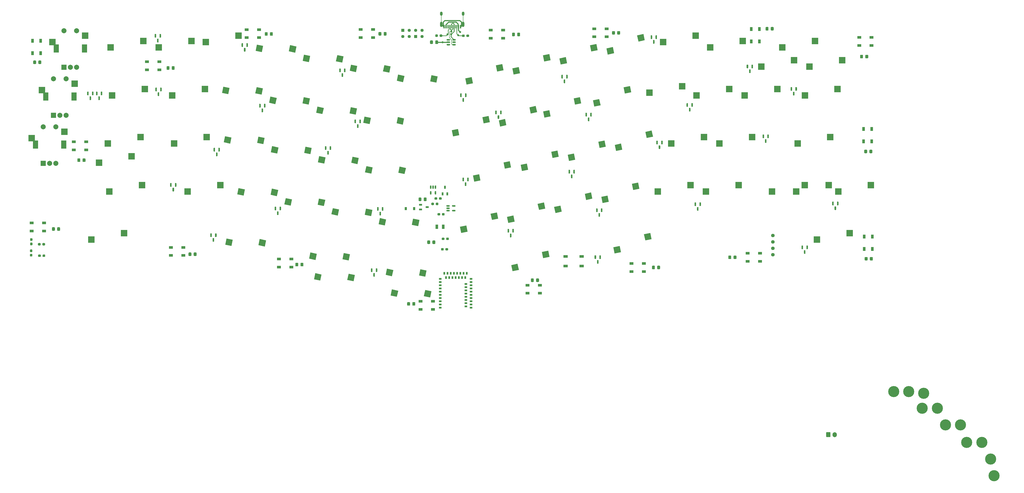
<source format=gbr>
%TF.GenerationSoftware,KiCad,Pcbnew,(5.1.10-1-10_14)*%
%TF.CreationDate,2021-05-29T20:47:56+07:00*%
%TF.ProjectId,geulis,6765756c-6973-42e6-9b69-6361645f7063,rev?*%
%TF.SameCoordinates,Original*%
%TF.FileFunction,Copper,L2,Bot*%
%TF.FilePolarity,Positive*%
%FSLAX46Y46*%
G04 Gerber Fmt 4.6, Leading zero omitted, Abs format (unit mm)*
G04 Created by KiCad (PCBNEW (5.1.10-1-10_14)) date 2021-05-29 20:47:56*
%MOMM*%
%LPD*%
G01*
G04 APERTURE LIST*
%TA.AperFunction,ComponentPad*%
%ADD10O,1.000000X2.100000*%
%TD*%
%TA.AperFunction,ComponentPad*%
%ADD11O,1.000000X1.600000*%
%TD*%
%TA.AperFunction,SMDPad,CuDef*%
%ADD12R,1.000000X1.800000*%
%TD*%
%TA.AperFunction,ComponentPad*%
%ADD13R,1.000000X0.650000*%
%TD*%
%TA.AperFunction,SMDPad,CuDef*%
%ADD14R,1.000000X0.650000*%
%TD*%
%TA.AperFunction,SMDPad,CuDef*%
%ADD15R,0.650000X1.000000*%
%TD*%
%TA.AperFunction,ComponentPad*%
%ADD16R,0.650000X1.000000*%
%TD*%
%TA.AperFunction,SMDPad,CuDef*%
%ADD17R,1.700000X1.000000*%
%TD*%
%TA.AperFunction,SMDPad,CuDef*%
%ADD18R,0.650000X1.220000*%
%TD*%
%TA.AperFunction,SMDPad,CuDef*%
%ADD19R,1.220000X0.650000*%
%TD*%
%TA.AperFunction,ComponentPad*%
%ADD20C,1.397000*%
%TD*%
%TA.AperFunction,ComponentPad*%
%ADD21R,1.270000X1.270000*%
%TD*%
%TA.AperFunction,ComponentPad*%
%ADD22O,1.270000X1.270000*%
%TD*%
%TA.AperFunction,ComponentPad*%
%ADD23O,1.700000X2.000000*%
%TD*%
%TA.AperFunction,SMDPad,CuDef*%
%ADD24R,0.600000X1.450000*%
%TD*%
%TA.AperFunction,SMDPad,CuDef*%
%ADD25R,0.300000X1.450000*%
%TD*%
%TA.AperFunction,ComponentPad*%
%ADD26C,4.400000*%
%TD*%
%TA.AperFunction,SMDPad,CuDef*%
%ADD27R,0.900000X1.200000*%
%TD*%
%TA.AperFunction,SMDPad,CuDef*%
%ADD28R,1.500000X1.000000*%
%TD*%
%TA.AperFunction,SMDPad,CuDef*%
%ADD29R,1.000000X1.500000*%
%TD*%
%TA.AperFunction,SMDPad,CuDef*%
%ADD30C,0.100000*%
%TD*%
%TA.AperFunction,SMDPad,CuDef*%
%ADD31R,2.550000X2.500000*%
%TD*%
%TA.AperFunction,ComponentPad*%
%ADD32C,2.000000*%
%TD*%
%TA.AperFunction,ComponentPad*%
%ADD33R,2.000000X3.200000*%
%TD*%
%TA.AperFunction,ComponentPad*%
%ADD34R,2.000000X2.000000*%
%TD*%
%TA.AperFunction,ViaPad*%
%ADD35C,0.800000*%
%TD*%
%TA.AperFunction,Conductor*%
%ADD36C,0.200000*%
%TD*%
%TA.AperFunction,Conductor*%
%ADD37C,0.381000*%
%TD*%
%TA.AperFunction,Conductor*%
%ADD38C,0.250000*%
%TD*%
%TA.AperFunction,Conductor*%
%ADD39C,0.300000*%
%TD*%
G04 APERTURE END LIST*
D10*
%TO.P,J1,S1*%
%TO.N,GND*%
X187431809Y132923558D03*
X196071809Y132923558D03*
D11*
X196071809Y137103558D03*
X187431809Y137103558D03*
%TD*%
D12*
%TO.P,Y2,2*%
%TO.N,/P0.01*%
X185681809Y52658558D03*
%TO.P,Y2,1*%
%TO.N,/P0.00*%
X188181809Y52658558D03*
%TD*%
%TO.P,U5,5*%
%TO.N,Net-(R10-Pad1)*%
%TA.AperFunction,SMDPad,CuDef*%
G36*
G01*
X183081809Y66746058D02*
X183381809Y66746058D01*
G75*
G02*
X183531809Y66596058I0J-150000D01*
G01*
X183531809Y65571058D01*
G75*
G02*
X183381809Y65421058I-150000J0D01*
G01*
X183081809Y65421058D01*
G75*
G02*
X182931809Y65571058I0J150000D01*
G01*
X182931809Y66596058D01*
G75*
G02*
X183081809Y66746058I150000J0D01*
G01*
G37*
%TD.AperFunction*%
%TO.P,U5,4*%
%TO.N,VBUS*%
%TA.AperFunction,SMDPad,CuDef*%
G36*
G01*
X184981809Y66746058D02*
X185281809Y66746058D01*
G75*
G02*
X185431809Y66596058I0J-150000D01*
G01*
X185431809Y65571058D01*
G75*
G02*
X185281809Y65421058I-150000J0D01*
G01*
X184981809Y65421058D01*
G75*
G02*
X184831809Y65571058I0J150000D01*
G01*
X184831809Y66596058D01*
G75*
G02*
X184981809Y66746058I150000J0D01*
G01*
G37*
%TD.AperFunction*%
%TO.P,U5,3*%
%TO.N,VBAT*%
%TA.AperFunction,SMDPad,CuDef*%
G36*
G01*
X184981809Y69021058D02*
X185281809Y69021058D01*
G75*
G02*
X185431809Y68871058I0J-150000D01*
G01*
X185431809Y67846058D01*
G75*
G02*
X185281809Y67696058I-150000J0D01*
G01*
X184981809Y67696058D01*
G75*
G02*
X184831809Y67846058I0J150000D01*
G01*
X184831809Y68871058D01*
G75*
G02*
X184981809Y69021058I150000J0D01*
G01*
G37*
%TD.AperFunction*%
%TO.P,U5,2*%
%TO.N,GND*%
%TA.AperFunction,SMDPad,CuDef*%
G36*
G01*
X184031809Y69021058D02*
X184331809Y69021058D01*
G75*
G02*
X184481809Y68871058I0J-150000D01*
G01*
X184481809Y67846058D01*
G75*
G02*
X184331809Y67696058I-150000J0D01*
G01*
X184031809Y67696058D01*
G75*
G02*
X183881809Y67846058I0J150000D01*
G01*
X183881809Y68871058D01*
G75*
G02*
X184031809Y69021058I150000J0D01*
G01*
G37*
%TD.AperFunction*%
%TO.P,U5,1*%
%TO.N,Net-(R9-Pad2)*%
%TA.AperFunction,SMDPad,CuDef*%
G36*
G01*
X183081809Y69021058D02*
X183381809Y69021058D01*
G75*
G02*
X183531809Y68871058I0J-150000D01*
G01*
X183531809Y67846058D01*
G75*
G02*
X183381809Y67696058I-150000J0D01*
G01*
X183081809Y67696058D01*
G75*
G02*
X182931809Y67846058I0J150000D01*
G01*
X182931809Y68871058D01*
G75*
G02*
X183081809Y69021058I150000J0D01*
G01*
G37*
%TD.AperFunction*%
%TD*%
%TO.P,U4,6*%
%TO.N,DATA+*%
%TA.AperFunction,SMDPad,CuDef*%
G36*
G01*
X190856809Y126908558D02*
X190856809Y126608558D01*
G75*
G02*
X190706809Y126458558I-150000J0D01*
G01*
X189681809Y126458558D01*
G75*
G02*
X189531809Y126608558I0J150000D01*
G01*
X189531809Y126908558D01*
G75*
G02*
X189681809Y127058558I150000J0D01*
G01*
X190706809Y127058558D01*
G75*
G02*
X190856809Y126908558I0J-150000D01*
G01*
G37*
%TD.AperFunction*%
%TO.P,U4,5*%
%TO.N,Net-(F2-Pad2)*%
%TA.AperFunction,SMDPad,CuDef*%
G36*
G01*
X190856809Y125958558D02*
X190856809Y125658558D01*
G75*
G02*
X190706809Y125508558I-150000J0D01*
G01*
X189681809Y125508558D01*
G75*
G02*
X189531809Y125658558I0J150000D01*
G01*
X189531809Y125958558D01*
G75*
G02*
X189681809Y126108558I150000J0D01*
G01*
X190706809Y126108558D01*
G75*
G02*
X190856809Y125958558I0J-150000D01*
G01*
G37*
%TD.AperFunction*%
%TO.P,U4,4*%
%TO.N,DATA-*%
%TA.AperFunction,SMDPad,CuDef*%
G36*
G01*
X190856809Y125008558D02*
X190856809Y124708558D01*
G75*
G02*
X190706809Y124558558I-150000J0D01*
G01*
X189681809Y124558558D01*
G75*
G02*
X189531809Y124708558I0J150000D01*
G01*
X189531809Y125008558D01*
G75*
G02*
X189681809Y125158558I150000J0D01*
G01*
X190706809Y125158558D01*
G75*
G02*
X190856809Y125008558I0J-150000D01*
G01*
G37*
%TD.AperFunction*%
%TO.P,U4,3*%
%TO.N,d-*%
%TA.AperFunction,SMDPad,CuDef*%
G36*
G01*
X193131809Y125008558D02*
X193131809Y124708558D01*
G75*
G02*
X192981809Y124558558I-150000J0D01*
G01*
X191956809Y124558558D01*
G75*
G02*
X191806809Y124708558I0J150000D01*
G01*
X191806809Y125008558D01*
G75*
G02*
X191956809Y125158558I150000J0D01*
G01*
X192981809Y125158558D01*
G75*
G02*
X193131809Y125008558I0J-150000D01*
G01*
G37*
%TD.AperFunction*%
%TO.P,U4,2*%
%TO.N,GND*%
%TA.AperFunction,SMDPad,CuDef*%
G36*
G01*
X193131809Y125958558D02*
X193131809Y125658558D01*
G75*
G02*
X192981809Y125508558I-150000J0D01*
G01*
X191956809Y125508558D01*
G75*
G02*
X191806809Y125658558I0J150000D01*
G01*
X191806809Y125958558D01*
G75*
G02*
X191956809Y126108558I150000J0D01*
G01*
X192981809Y126108558D01*
G75*
G02*
X193131809Y125958558I0J-150000D01*
G01*
G37*
%TD.AperFunction*%
%TO.P,U4,1*%
%TO.N,d+*%
%TA.AperFunction,SMDPad,CuDef*%
G36*
G01*
X193131809Y126908558D02*
X193131809Y126608558D01*
G75*
G02*
X192981809Y126458558I-150000J0D01*
G01*
X191956809Y126458558D01*
G75*
G02*
X191806809Y126608558I0J150000D01*
G01*
X191806809Y126908558D01*
G75*
G02*
X191956809Y127058558I150000J0D01*
G01*
X192981809Y127058558D01*
G75*
G02*
X193131809Y126908558I0J-150000D01*
G01*
G37*
%TD.AperFunction*%
%TD*%
D13*
%TO.P,U3,28*%
%TO.N,SDA*%
X197122809Y29926558D03*
D14*
%TO.P,U3,10*%
%TO.N,/P0.30*%
X186962809Y31958558D03*
%TO.P,U3,9*%
%TO.N,/P0.31*%
X186962809Y30688558D03*
%TO.P,U3,8*%
%TO.N,/P0.29*%
X186962809Y29418558D03*
%TO.P,U3,7*%
%TO.N,/P0.02*%
X186962809Y28148558D03*
%TO.P,U3,6*%
%TO.N,/P1.13*%
X186962809Y26878558D03*
%TO.P,U3,5*%
%TO.N,GND*%
X186962809Y25608558D03*
%TO.P,U3,4*%
%TO.N,/P0.28*%
X186962809Y24338558D03*
%TO.P,U3,3*%
%TO.N,/P0.03*%
X186962809Y23068558D03*
%TO.P,U3,2*%
%TO.N,LED_INDICATOR*%
X186962809Y21798558D03*
%TO.P,U3,1*%
%TO.N,/P1.11*%
X186962809Y20528558D03*
%TO.P,U3,31*%
%TO.N,DATA+*%
X199200809Y28148558D03*
%TO.P,U3,43*%
%TO.N,/P0.10*%
X199200809Y20528558D03*
%TO.P,U3,33*%
%TO.N,/P0.13*%
X199200809Y26878558D03*
%TO.P,U3,41*%
%TO.N,/P0.09*%
X199200809Y21798558D03*
%TO.P,U3,39*%
%TO.N,SWC*%
X199200809Y23068558D03*
%TO.P,U3,37*%
%TO.N,SWD*%
X199200809Y24338558D03*
%TO.P,U3,29*%
%TO.N,DATA-*%
X199200809Y29418558D03*
%TO.P,U3,35*%
%TO.N,/P0.24*%
X199200809Y25608558D03*
%TO.P,U3,27*%
%TO.N,VBUS*%
X199200809Y30688558D03*
%TO.P,U3,26*%
%TO.N,RESET*%
X199200809Y31958558D03*
D15*
%TO.P,U3,23*%
%TO.N,nRF_VDD*%
X196231809Y34177558D03*
%TO.P,U3,11*%
%TO.N,/P0.00*%
X188611809Y34177558D03*
%TO.P,U3,21*%
%TO.N,GND*%
X194961809Y34177558D03*
%TO.P,U3,13*%
%TO.N,/P0.01*%
X189881809Y34177558D03*
%TO.P,U3,15*%
%TO.N,/P0.05*%
X191151809Y34177558D03*
%TO.P,U3,17*%
%TO.N,POWER_PIN*%
X192421809Y34177558D03*
%TO.P,U3,25*%
%TO.N,DCCH*%
X197501809Y34177558D03*
%TO.P,U3,19*%
%TO.N,nRF_VDD*%
X193691809Y34177558D03*
D13*
%TO.P,U3,30*%
%TO.N,SCL*%
X197122809Y28656558D03*
%TO.P,U3,32*%
%TO.N,/P0.20*%
X197122809Y27386558D03*
%TO.P,U3,34*%
%TO.N,/P0.22*%
X197122809Y26116558D03*
%TO.P,U3,36*%
%TO.N,LED_UNDERGLOW*%
X197122809Y24846558D03*
%TO.P,U3,38*%
%TO.N,/P1.02*%
X197122809Y23576558D03*
%TO.P,U3,40*%
%TO.N,/P1.04*%
X197122809Y22306558D03*
%TO.P,U3,42*%
%TO.N,/P1.06*%
X197122809Y21036558D03*
D16*
%TO.P,U3,14*%
%TO.N,/P0.06*%
X190518809Y32466558D03*
%TO.P,U3,12*%
%TO.N,/P0.26*%
X189248809Y32466558D03*
%TO.P,U3,20*%
%TO.N,/P0.12*%
X194328809Y32466558D03*
%TO.P,U3,16*%
%TO.N,/P0.08*%
X191788809Y32466558D03*
%TO.P,U3,22*%
%TO.N,/P0.07*%
X195598809Y32466558D03*
%TO.P,U3,24*%
%TO.N,GND*%
X196868809Y32466558D03*
%TO.P,U3,18*%
%TO.N,BATTERY_PIN*%
X193058809Y32466558D03*
%TD*%
%TO.P,U2,5*%
%TO.N,nRF_VDD*%
%TA.AperFunction,SMDPad,CuDef*%
G36*
G01*
X191696809Y58878558D02*
X191696809Y59178558D01*
G75*
G02*
X191846809Y59328558I150000J0D01*
G01*
X192871809Y59328558D01*
G75*
G02*
X193021809Y59178558I0J-150000D01*
G01*
X193021809Y58878558D01*
G75*
G02*
X192871809Y58728558I-150000J0D01*
G01*
X191846809Y58728558D01*
G75*
G02*
X191696809Y58878558I0J150000D01*
G01*
G37*
%TD.AperFunction*%
%TO.P,U2,4*%
%TO.N,Net-(U2-Pad4)*%
%TA.AperFunction,SMDPad,CuDef*%
G36*
G01*
X191696809Y60778558D02*
X191696809Y61078558D01*
G75*
G02*
X191846809Y61228558I150000J0D01*
G01*
X192871809Y61228558D01*
G75*
G02*
X193021809Y61078558I0J-150000D01*
G01*
X193021809Y60778558D01*
G75*
G02*
X192871809Y60628558I-150000J0D01*
G01*
X191846809Y60628558D01*
G75*
G02*
X191696809Y60778558I0J150000D01*
G01*
G37*
%TD.AperFunction*%
%TO.P,U2,3*%
%TO.N,Net-(C18-Pad1)*%
%TA.AperFunction,SMDPad,CuDef*%
G36*
G01*
X189421809Y60778558D02*
X189421809Y61078558D01*
G75*
G02*
X189571809Y61228558I150000J0D01*
G01*
X190596809Y61228558D01*
G75*
G02*
X190746809Y61078558I0J-150000D01*
G01*
X190746809Y60778558D01*
G75*
G02*
X190596809Y60628558I-150000J0D01*
G01*
X189571809Y60628558D01*
G75*
G02*
X189421809Y60778558I0J150000D01*
G01*
G37*
%TD.AperFunction*%
%TO.P,U2,2*%
%TO.N,GND*%
%TA.AperFunction,SMDPad,CuDef*%
G36*
G01*
X189421809Y59828558D02*
X189421809Y60128558D01*
G75*
G02*
X189571809Y60278558I150000J0D01*
G01*
X190596809Y60278558D01*
G75*
G02*
X190746809Y60128558I0J-150000D01*
G01*
X190746809Y59828558D01*
G75*
G02*
X190596809Y59678558I-150000J0D01*
G01*
X189571809Y59678558D01*
G75*
G02*
X189421809Y59828558I0J150000D01*
G01*
G37*
%TD.AperFunction*%
%TO.P,U2,1*%
%TO.N,Net-(C18-Pad1)*%
%TA.AperFunction,SMDPad,CuDef*%
G36*
G01*
X189421809Y58878558D02*
X189421809Y59178558D01*
G75*
G02*
X189571809Y59328558I150000J0D01*
G01*
X190596809Y59328558D01*
G75*
G02*
X190746809Y59178558I0J-150000D01*
G01*
X190746809Y58878558D01*
G75*
G02*
X190596809Y58728558I-150000J0D01*
G01*
X189571809Y58728558D01*
G75*
G02*
X189421809Y58878558I0J150000D01*
G01*
G37*
%TD.AperFunction*%
%TD*%
D17*
%TO.P,SW_RESET2,2*%
%TO.N,GND*%
X242951809Y40888558D03*
X236651809Y40888558D03*
%TO.P,SW_RESET2,1*%
%TO.N,RESET*%
X242951809Y37088558D03*
X236651809Y37088558D03*
%TD*%
%TO.P,R10,2*%
%TO.N,GND*%
%TA.AperFunction,SMDPad,CuDef*%
G36*
G01*
X189356809Y47621058D02*
X189356809Y48096058D01*
G75*
G02*
X189594309Y48333558I237500J0D01*
G01*
X190169309Y48333558D01*
G75*
G02*
X190406809Y48096058I0J-237500D01*
G01*
X190406809Y47621058D01*
G75*
G02*
X190169309Y47383558I-237500J0D01*
G01*
X189594309Y47383558D01*
G75*
G02*
X189356809Y47621058I0J237500D01*
G01*
G37*
%TD.AperFunction*%
%TO.P,R10,1*%
%TO.N,Net-(R10-Pad1)*%
%TA.AperFunction,SMDPad,CuDef*%
G36*
G01*
X187606809Y47621058D02*
X187606809Y48096058D01*
G75*
G02*
X187844309Y48333558I237500J0D01*
G01*
X188419309Y48333558D01*
G75*
G02*
X188656809Y48096058I0J-237500D01*
G01*
X188656809Y47621058D01*
G75*
G02*
X188419309Y47383558I-237500J0D01*
G01*
X187844309Y47383558D01*
G75*
G02*
X187606809Y47621058I0J237500D01*
G01*
G37*
%TD.AperFunction*%
%TD*%
%TO.P,R9,2*%
%TO.N,Net-(R9-Pad2)*%
%TA.AperFunction,SMDPad,CuDef*%
G36*
G01*
X29531809Y45471058D02*
X29531809Y45946058D01*
G75*
G02*
X29769309Y46183558I237500J0D01*
G01*
X30344309Y46183558D01*
G75*
G02*
X30581809Y45946058I0J-237500D01*
G01*
X30581809Y45471058D01*
G75*
G02*
X30344309Y45233558I-237500J0D01*
G01*
X29769309Y45233558D01*
G75*
G02*
X29531809Y45471058I0J237500D01*
G01*
G37*
%TD.AperFunction*%
%TO.P,R9,1*%
%TO.N,Net-(D54-Pad1)*%
%TA.AperFunction,SMDPad,CuDef*%
G36*
G01*
X27781809Y45471058D02*
X27781809Y45946058D01*
G75*
G02*
X28019309Y46183558I237500J0D01*
G01*
X28594309Y46183558D01*
G75*
G02*
X28831809Y45946058I0J-237500D01*
G01*
X28831809Y45471058D01*
G75*
G02*
X28594309Y45233558I-237500J0D01*
G01*
X28019309Y45233558D01*
G75*
G02*
X27781809Y45471058I0J237500D01*
G01*
G37*
%TD.AperFunction*%
%TD*%
%TO.P,R8,2*%
%TO.N,Net-(D53-Pad1)*%
%TA.AperFunction,SMDPad,CuDef*%
G36*
G01*
X28906809Y41396058D02*
X28906809Y40921058D01*
G75*
G02*
X28669309Y40683558I-237500J0D01*
G01*
X28094309Y40683558D01*
G75*
G02*
X27856809Y40921058I0J237500D01*
G01*
X27856809Y41396058D01*
G75*
G02*
X28094309Y41633558I237500J0D01*
G01*
X28669309Y41633558D01*
G75*
G02*
X28906809Y41396058I0J-237500D01*
G01*
G37*
%TD.AperFunction*%
%TO.P,R8,1*%
%TO.N,GND*%
%TA.AperFunction,SMDPad,CuDef*%
G36*
G01*
X30656809Y41396058D02*
X30656809Y40921058D01*
G75*
G02*
X30419309Y40683558I-237500J0D01*
G01*
X29844309Y40683558D01*
G75*
G02*
X29606809Y40921058I0J237500D01*
G01*
X29606809Y41396058D01*
G75*
G02*
X29844309Y41633558I237500J0D01*
G01*
X30419309Y41633558D01*
G75*
G02*
X30656809Y41396058I0J-237500D01*
G01*
G37*
%TD.AperFunction*%
%TD*%
%TO.P,R7,2*%
%TO.N,cc2*%
%TA.AperFunction,SMDPad,CuDef*%
G36*
G01*
X196661809Y128616058D02*
X196661809Y128141058D01*
G75*
G02*
X196424309Y127903558I-237500J0D01*
G01*
X195849309Y127903558D01*
G75*
G02*
X195611809Y128141058I0J237500D01*
G01*
X195611809Y128616058D01*
G75*
G02*
X195849309Y128853558I237500J0D01*
G01*
X196424309Y128853558D01*
G75*
G02*
X196661809Y128616058I0J-237500D01*
G01*
G37*
%TD.AperFunction*%
%TO.P,R7,1*%
%TO.N,GND*%
%TA.AperFunction,SMDPad,CuDef*%
G36*
G01*
X198411809Y128616058D02*
X198411809Y128141058D01*
G75*
G02*
X198174309Y127903558I-237500J0D01*
G01*
X197599309Y127903558D01*
G75*
G02*
X197361809Y128141058I0J237500D01*
G01*
X197361809Y128616058D01*
G75*
G02*
X197599309Y128853558I237500J0D01*
G01*
X198174309Y128853558D01*
G75*
G02*
X198411809Y128616058I0J-237500D01*
G01*
G37*
%TD.AperFunction*%
%TD*%
%TO.P,R6,2*%
%TO.N,cc1*%
%TA.AperFunction,SMDPad,CuDef*%
G36*
G01*
X186766809Y128191058D02*
X186766809Y128666058D01*
G75*
G02*
X187004309Y128903558I237500J0D01*
G01*
X187579309Y128903558D01*
G75*
G02*
X187816809Y128666058I0J-237500D01*
G01*
X187816809Y128191058D01*
G75*
G02*
X187579309Y127953558I-237500J0D01*
G01*
X187004309Y127953558D01*
G75*
G02*
X186766809Y128191058I0J237500D01*
G01*
G37*
%TD.AperFunction*%
%TO.P,R6,1*%
%TO.N,GND*%
%TA.AperFunction,SMDPad,CuDef*%
G36*
G01*
X185016809Y128191058D02*
X185016809Y128666058D01*
G75*
G02*
X185254309Y128903558I237500J0D01*
G01*
X185829309Y128903558D01*
G75*
G02*
X186066809Y128666058I0J-237500D01*
G01*
X186066809Y128191058D01*
G75*
G02*
X185829309Y127953558I-237500J0D01*
G01*
X185254309Y127953558D01*
G75*
G02*
X185016809Y128191058I0J237500D01*
G01*
G37*
%TD.AperFunction*%
%TD*%
%TO.P,R5,2*%
%TO.N,GND*%
%TA.AperFunction,SMDPad,CuDef*%
G36*
G01*
X187681809Y57361058D02*
X187681809Y57836058D01*
G75*
G02*
X187919309Y58073558I237500J0D01*
G01*
X188494309Y58073558D01*
G75*
G02*
X188731809Y57836058I0J-237500D01*
G01*
X188731809Y57361058D01*
G75*
G02*
X188494309Y57123558I-237500J0D01*
G01*
X187919309Y57123558D01*
G75*
G02*
X187681809Y57361058I0J237500D01*
G01*
G37*
%TD.AperFunction*%
%TO.P,R5,1*%
%TO.N,POWER_PIN*%
%TA.AperFunction,SMDPad,CuDef*%
G36*
G01*
X185931809Y57361058D02*
X185931809Y57836058D01*
G75*
G02*
X186169309Y58073558I237500J0D01*
G01*
X186744309Y58073558D01*
G75*
G02*
X186981809Y57836058I0J-237500D01*
G01*
X186981809Y57361058D01*
G75*
G02*
X186744309Y57123558I-237500J0D01*
G01*
X186169309Y57123558D01*
G75*
G02*
X185931809Y57361058I0J237500D01*
G01*
G37*
%TD.AperFunction*%
%TD*%
%TO.P,R4,2*%
%TO.N,GND*%
%TA.AperFunction,SMDPad,CuDef*%
G36*
G01*
X186501809Y63611058D02*
X186501809Y64086058D01*
G75*
G02*
X186739309Y64323558I237500J0D01*
G01*
X187314309Y64323558D01*
G75*
G02*
X187551809Y64086058I0J-237500D01*
G01*
X187551809Y63611058D01*
G75*
G02*
X187314309Y63373558I-237500J0D01*
G01*
X186739309Y63373558D01*
G75*
G02*
X186501809Y63611058I0J237500D01*
G01*
G37*
%TD.AperFunction*%
%TO.P,R4,1*%
%TO.N,BATTERY_PIN*%
%TA.AperFunction,SMDPad,CuDef*%
G36*
G01*
X184751809Y63611058D02*
X184751809Y64086058D01*
G75*
G02*
X184989309Y64323558I237500J0D01*
G01*
X185564309Y64323558D01*
G75*
G02*
X185801809Y64086058I0J-237500D01*
G01*
X185801809Y63611058D01*
G75*
G02*
X185564309Y63373558I-237500J0D01*
G01*
X184989309Y63373558D01*
G75*
G02*
X184751809Y63611058I0J237500D01*
G01*
G37*
%TD.AperFunction*%
%TD*%
%TO.P,R3,2*%
%TO.N,BATTERY_PIN*%
%TA.AperFunction,SMDPad,CuDef*%
G36*
G01*
X185221809Y61471058D02*
X185221809Y61946058D01*
G75*
G02*
X185459309Y62183558I237500J0D01*
G01*
X186034309Y62183558D01*
G75*
G02*
X186271809Y61946058I0J-237500D01*
G01*
X186271809Y61471058D01*
G75*
G02*
X186034309Y61233558I-237500J0D01*
G01*
X185459309Y61233558D01*
G75*
G02*
X185221809Y61471058I0J237500D01*
G01*
G37*
%TD.AperFunction*%
%TO.P,R3,1*%
%TO.N,Net-(Q2-Pad3)*%
%TA.AperFunction,SMDPad,CuDef*%
G36*
G01*
X183471809Y61471058D02*
X183471809Y61946058D01*
G75*
G02*
X183709309Y62183558I237500J0D01*
G01*
X184284309Y62183558D01*
G75*
G02*
X184521809Y61946058I0J-237500D01*
G01*
X184521809Y61471058D01*
G75*
G02*
X184284309Y61233558I-237500J0D01*
G01*
X183709309Y61233558D01*
G75*
G02*
X183471809Y61471058I0J237500D01*
G01*
G37*
%TD.AperFunction*%
%TD*%
%TO.P,R2,2*%
%TO.N,GND*%
%TA.AperFunction,SMDPad,CuDef*%
G36*
G01*
X189056809Y43471058D02*
X189056809Y43946058D01*
G75*
G02*
X189294309Y44183558I237500J0D01*
G01*
X189869309Y44183558D01*
G75*
G02*
X190106809Y43946058I0J-237500D01*
G01*
X190106809Y43471058D01*
G75*
G02*
X189869309Y43233558I-237500J0D01*
G01*
X189294309Y43233558D01*
G75*
G02*
X189056809Y43471058I0J237500D01*
G01*
G37*
%TD.AperFunction*%
%TO.P,R2,1*%
%TO.N,VBUS*%
%TA.AperFunction,SMDPad,CuDef*%
G36*
G01*
X187306809Y43471058D02*
X187306809Y43946058D01*
G75*
G02*
X187544309Y44183558I237500J0D01*
G01*
X188119309Y44183558D01*
G75*
G02*
X188356809Y43946058I0J-237500D01*
G01*
X188356809Y43471058D01*
G75*
G02*
X188119309Y43233558I-237500J0D01*
G01*
X187544309Y43233558D01*
G75*
G02*
X187306809Y43471058I0J237500D01*
G01*
G37*
%TD.AperFunction*%
%TD*%
D18*
%TO.P,Q3,3*%
%TO.N,EXT_VCC*%
X188881809Y68278558D03*
%TO.P,Q3,2*%
%TO.N,nRF_VDD*%
X187931809Y65658558D03*
%TO.P,Q3,1*%
%TO.N,POWER_PIN*%
X189831809Y65658558D03*
%TD*%
D19*
%TO.P,Q2,3*%
%TO.N,Net-(Q2-Pad3)*%
X181871809Y60408558D03*
%TO.P,Q2,2*%
%TO.N,Net-(C18-Pad1)*%
X179251809Y61358558D03*
%TO.P,Q2,1*%
%TO.N,VBUS*%
X179251809Y59458558D03*
%TD*%
D20*
%TO.P,OL1,4*%
%TO.N,GND*%
X318631809Y49148558D03*
%TO.P,OL1,3*%
%TO.N,EXT_VCC*%
X318631809Y46608558D03*
%TO.P,OL1,2*%
%TO.N,SCL*%
X318631809Y44068558D03*
%TO.P,OL1,1*%
%TO.N,SDA*%
X318631809Y41528558D03*
%TD*%
D21*
%TO.P,J5,1*%
%TO.N,GND*%
X172141809Y130498558D03*
D22*
%TO.P,J5,2*%
%TO.N,DATA+*%
X174681809Y130498558D03*
%TO.P,J5,3*%
%TO.N,DATA-*%
X177221809Y130498558D03*
%TO.P,J5,4*%
%TO.N,VBUS*%
X179761809Y130498558D03*
%TD*%
D23*
%TO.P,J4,2*%
%TO.N,VBAT*%
X343091809Y-29781442D03*
%TO.P,J4,1*%
%TO.N,GND*%
%TA.AperFunction,ComponentPad*%
G36*
G01*
X339741809Y-30531442D02*
X339741809Y-29031442D01*
G75*
G02*
X339991809Y-28781442I250000J0D01*
G01*
X341191809Y-28781442D01*
G75*
G02*
X341441809Y-29031442I0J-250000D01*
G01*
X341441809Y-30531442D01*
G75*
G02*
X341191809Y-30781442I-250000J0D01*
G01*
X339991809Y-30781442D01*
G75*
G02*
X339741809Y-30531442I0J250000D01*
G01*
G37*
%TD.AperFunction*%
%TD*%
D22*
%TO.P,J3,4*%
%TO.N,SWC*%
X172151809Y128118558D03*
%TO.P,J3,3*%
%TO.N,SWD*%
X174691809Y128118558D03*
D21*
%TO.P,J3,2*%
%TO.N,GND*%
X177231809Y128118558D03*
D22*
%TO.P,J3,1*%
%TO.N,nRF_VDD*%
X179771809Y128118558D03*
%TD*%
D24*
%TO.P,J2,B1*%
%TO.N,GND*%
X195001809Y132008558D03*
%TO.P,J2,A9*%
%TO.N,Net-(F2-Pad2)*%
X194201809Y132008558D03*
%TO.P,J2,B9*%
X189301809Y132008558D03*
%TO.P,J2,B12*%
%TO.N,GND*%
X188501809Y132008558D03*
%TO.P,J2,A1*%
X188501809Y132008558D03*
%TO.P,J2,A4*%
%TO.N,Net-(F2-Pad2)*%
X189301809Y132008558D03*
%TO.P,J2,B4*%
X194201809Y132008558D03*
%TO.P,J2,A12*%
%TO.N,GND*%
X195001809Y132008558D03*
D25*
%TO.P,J2,B8*%
%TO.N,Net-(J2-PadB8)*%
X190001809Y132008558D03*
%TO.P,J2,A5*%
%TO.N,cc1*%
X190501809Y132008558D03*
%TO.P,J2,B7*%
%TO.N,d-*%
X191001809Y132008558D03*
%TO.P,J2,A7*%
X192001809Y132008558D03*
%TO.P,J2,B6*%
%TO.N,d+*%
X192501809Y132008558D03*
%TO.P,J2,A8*%
%TO.N,Net-(J2-PadA8)*%
X193001809Y132008558D03*
%TO.P,J2,B5*%
%TO.N,cc2*%
X193501809Y132008558D03*
%TO.P,J2,A6*%
%TO.N,d+*%
X191501809Y132008558D03*
D10*
%TO.P,J2,S1*%
%TO.N,GND*%
X196071809Y132923558D03*
X187431809Y132923558D03*
D11*
X187431809Y137103558D03*
X196071809Y137103558D03*
%TD*%
D26*
%TO.P,H13,1*%
%TO.N,N/C*%
X386971809Y-25941442D03*
%TD*%
%TO.P,H12,1*%
%TO.N,N/C*%
X377791809Y-19321442D03*
%TD*%
%TO.P,H11,1*%
%TO.N,N/C*%
X372431809Y-12701442D03*
%TD*%
%TO.P,H10,1*%
%TO.N,N/C*%
X406241809Y-46081442D03*
%TD*%
%TO.P,H9,1*%
%TO.N,N/C*%
X395391809Y-32841442D03*
%TD*%
%TO.P,H8,1*%
%TO.N,N/C*%
X404811809Y-39461442D03*
%TD*%
%TO.P,H7,1*%
%TO.N,N/C*%
X383741809Y-19321442D03*
%TD*%
%TO.P,H5,1*%
%TO.N,N/C*%
X366481809Y-12701442D03*
%TD*%
%TO.P,H4,1*%
%TO.N,N/C*%
X401341809Y-32841442D03*
%TD*%
%TO.P,H3,1*%
%TO.N,N/C*%
X392921809Y-25941442D03*
%TD*%
%TO.P,H2,1*%
%TO.N,N/C*%
X378381809Y-13371442D03*
%TD*%
%TO.P,F2,2*%
%TO.N,Net-(F2-Pad2)*%
%TA.AperFunction,SMDPad,CuDef*%
G36*
G01*
X185026809Y125368557D02*
X185026809Y126268559D01*
G75*
G02*
X185276808Y126518558I249999J0D01*
G01*
X185926810Y126518558D01*
G75*
G02*
X186176809Y126268559I0J-249999D01*
G01*
X186176809Y125368557D01*
G75*
G02*
X185926810Y125118558I-249999J0D01*
G01*
X185276808Y125118558D01*
G75*
G02*
X185026809Y125368557I0J249999D01*
G01*
G37*
%TD.AperFunction*%
%TO.P,F2,1*%
%TO.N,VBUS*%
%TA.AperFunction,SMDPad,CuDef*%
G36*
G01*
X182976809Y125368557D02*
X182976809Y126268559D01*
G75*
G02*
X183226808Y126518558I249999J0D01*
G01*
X183876810Y126518558D01*
G75*
G02*
X184126809Y126268559I0J-249999D01*
G01*
X184126809Y125368557D01*
G75*
G02*
X183876810Y125118558I-249999J0D01*
G01*
X183226808Y125118558D01*
G75*
G02*
X182976809Y125368557I0J249999D01*
G01*
G37*
%TD.AperFunction*%
%TD*%
%TO.P,D54,2*%
%TO.N,VBUS*%
%TA.AperFunction,SMDPad,CuDef*%
G36*
G01*
X25369309Y47058558D02*
X24894309Y47058558D01*
G75*
G02*
X24656809Y47296058I0J237500D01*
G01*
X24656809Y47871058D01*
G75*
G02*
X24894309Y48108558I237500J0D01*
G01*
X25369309Y48108558D01*
G75*
G02*
X25606809Y47871058I0J-237500D01*
G01*
X25606809Y47296058D01*
G75*
G02*
X25369309Y47058558I-237500J0D01*
G01*
G37*
%TD.AperFunction*%
%TO.P,D54,1*%
%TO.N,Net-(D54-Pad1)*%
%TA.AperFunction,SMDPad,CuDef*%
G36*
G01*
X25369309Y45308558D02*
X24894309Y45308558D01*
G75*
G02*
X24656809Y45546058I0J237500D01*
G01*
X24656809Y46121058D01*
G75*
G02*
X24894309Y46358558I237500J0D01*
G01*
X25369309Y46358558D01*
G75*
G02*
X25606809Y46121058I0J-237500D01*
G01*
X25606809Y45546058D01*
G75*
G02*
X25369309Y45308558I-237500J0D01*
G01*
G37*
%TD.AperFunction*%
%TD*%
%TO.P,D53,2*%
%TO.N,LED_INDICATOR*%
%TA.AperFunction,SMDPad,CuDef*%
G36*
G01*
X25319309Y42583558D02*
X24844309Y42583558D01*
G75*
G02*
X24606809Y42821058I0J237500D01*
G01*
X24606809Y43396058D01*
G75*
G02*
X24844309Y43633558I237500J0D01*
G01*
X25319309Y43633558D01*
G75*
G02*
X25556809Y43396058I0J-237500D01*
G01*
X25556809Y42821058D01*
G75*
G02*
X25319309Y42583558I-237500J0D01*
G01*
G37*
%TD.AperFunction*%
%TO.P,D53,1*%
%TO.N,Net-(D53-Pad1)*%
%TA.AperFunction,SMDPad,CuDef*%
G36*
G01*
X25319309Y40833558D02*
X24844309Y40833558D01*
G75*
G02*
X24606809Y41071058I0J237500D01*
G01*
X24606809Y41646058D01*
G75*
G02*
X24844309Y41883558I237500J0D01*
G01*
X25319309Y41883558D01*
G75*
G02*
X25556809Y41646058I0J-237500D01*
G01*
X25556809Y41071058D01*
G75*
G02*
X25319309Y40833558I-237500J0D01*
G01*
G37*
%TD.AperFunction*%
%TD*%
D27*
%TO.P,D52,2*%
%TO.N,VBUS*%
X176641809Y59858558D03*
%TO.P,D52,1*%
%TO.N,Net-(C18-Pad1)*%
X173341809Y59858558D03*
%TD*%
D28*
%TO.P,D51,1*%
%TO.N,EXT_VCC*%
X123131809Y36658558D03*
%TO.P,D51,2*%
%TO.N,Net-(D35-Pad4)*%
X123131809Y39858558D03*
%TO.P,D51,4*%
%TO.N,Net-(D50-Pad2)*%
X128031809Y36658558D03*
%TO.P,D51,3*%
%TO.N,GND*%
X128031809Y39858558D03*
%TD*%
%TO.P,D50,1*%
%TO.N,EXT_VCC*%
X80421809Y41258558D03*
%TO.P,D50,2*%
%TO.N,Net-(D50-Pad2)*%
X80421809Y44458558D03*
%TO.P,D50,4*%
%TO.N,Net-(D49-Pad2)*%
X85321809Y41258558D03*
%TO.P,D50,3*%
%TO.N,GND*%
X85321809Y44458558D03*
%TD*%
%TO.P,D49,1*%
%TO.N,EXT_VCC*%
X25301809Y50958558D03*
%TO.P,D49,2*%
%TO.N,Net-(D49-Pad2)*%
X25301809Y54158558D03*
%TO.P,D49,4*%
%TO.N,Net-(D48-Pad2)*%
X30201809Y50958558D03*
%TO.P,D49,3*%
%TO.N,GND*%
X30201809Y54158558D03*
%TD*%
%TO.P,D48,1*%
%TO.N,EXT_VCC*%
X42001809Y83158558D03*
%TO.P,D48,2*%
%TO.N,Net-(D48-Pad2)*%
X42001809Y86358558D03*
%TO.P,D48,4*%
%TO.N,Net-(D47-Pad2)*%
X46901809Y83158558D03*
%TO.P,D48,3*%
%TO.N,GND*%
X46901809Y86358558D03*
%TD*%
D29*
%TO.P,D47,1*%
%TO.N,EXT_VCC*%
X28821809Y121468558D03*
%TO.P,D47,2*%
%TO.N,Net-(D47-Pad2)*%
X25621809Y121468558D03*
%TO.P,D47,4*%
%TO.N,Net-(D46-Pad2)*%
X28821809Y126368558D03*
%TO.P,D47,3*%
%TO.N,GND*%
X25621809Y126368558D03*
%TD*%
D28*
%TO.P,D46,1*%
%TO.N,EXT_VCC*%
X70951809Y114858558D03*
%TO.P,D46,2*%
%TO.N,Net-(D46-Pad2)*%
X70951809Y118058558D03*
%TO.P,D46,4*%
%TO.N,Net-(D45-Pad2)*%
X75851809Y114858558D03*
%TO.P,D46,3*%
%TO.N,GND*%
X75851809Y118058558D03*
%TD*%
%TO.P,D45,1*%
%TO.N,EXT_VCC*%
X110371809Y127628558D03*
%TO.P,D45,2*%
%TO.N,Net-(D45-Pad2)*%
X110371809Y130828558D03*
%TO.P,D45,4*%
%TO.N,Net-(D44-Pad2)*%
X115271809Y127628558D03*
%TO.P,D45,3*%
%TO.N,GND*%
X115271809Y130828558D03*
%TD*%
%TO.P,D44,1*%
%TO.N,EXT_VCC*%
X155481809Y127698558D03*
%TO.P,D44,2*%
%TO.N,Net-(D44-Pad2)*%
X155481809Y130898558D03*
%TO.P,D44,4*%
%TO.N,Net-(D43-Pad2)*%
X160381809Y127698558D03*
%TO.P,D44,3*%
%TO.N,GND*%
X160381809Y130898558D03*
%TD*%
%TO.P,D43,1*%
%TO.N,EXT_VCC*%
X206951809Y127388558D03*
%TO.P,D43,2*%
%TO.N,Net-(D43-Pad2)*%
X206951809Y130588558D03*
%TO.P,D43,4*%
%TO.N,Net-(D42-Pad2)*%
X211851809Y127388558D03*
%TO.P,D43,3*%
%TO.N,GND*%
X211851809Y130588558D03*
%TD*%
%TO.P,D42,1*%
%TO.N,EXT_VCC*%
X247951809Y127958558D03*
%TO.P,D42,2*%
%TO.N,Net-(D42-Pad2)*%
X247951809Y131158558D03*
%TO.P,D42,4*%
%TO.N,Net-(D41-Pad2)*%
X252851809Y127958558D03*
%TO.P,D42,3*%
%TO.N,GND*%
X252851809Y131158558D03*
%TD*%
D29*
%TO.P,D41,1*%
%TO.N,EXT_VCC*%
X313301809Y126138558D03*
%TO.P,D41,2*%
%TO.N,Net-(D41-Pad2)*%
X310101809Y126138558D03*
%TO.P,D41,4*%
%TO.N,Net-(D40-Pad2)*%
X313301809Y131038558D03*
%TO.P,D41,3*%
%TO.N,GND*%
X310101809Y131038558D03*
%TD*%
D28*
%TO.P,D40,1*%
%TO.N,EXT_VCC*%
X357721809Y127708558D03*
%TO.P,D40,2*%
%TO.N,Net-(D40-Pad2)*%
X357721809Y124508558D03*
%TO.P,D40,4*%
%TO.N,Net-(D39-Pad2)*%
X352821809Y127708558D03*
%TO.P,D40,3*%
%TO.N,GND*%
X352821809Y124508558D03*
%TD*%
D29*
%TO.P,D39,1*%
%TO.N,EXT_VCC*%
X357791809Y86508558D03*
%TO.P,D39,2*%
%TO.N,Net-(D39-Pad2)*%
X354591809Y86508558D03*
%TO.P,D39,4*%
%TO.N,Net-(D38-Pad2)*%
X357791809Y91408558D03*
%TO.P,D39,3*%
%TO.N,GND*%
X354591809Y91408558D03*
%TD*%
%TO.P,D38,1*%
%TO.N,EXT_VCC*%
X358021809Y43828558D03*
%TO.P,D38,2*%
%TO.N,Net-(D38-Pad2)*%
X354821809Y43828558D03*
%TO.P,D38,4*%
%TO.N,Net-(D37-Pad2)*%
X358021809Y48728558D03*
%TO.P,D38,3*%
%TO.N,GND*%
X354821809Y48728558D03*
%TD*%
D28*
%TO.P,D37,1*%
%TO.N,EXT_VCC*%
X308691809Y38918558D03*
%TO.P,D37,2*%
%TO.N,Net-(D37-Pad2)*%
X308691809Y42118558D03*
%TO.P,D37,4*%
%TO.N,Net-(D36-Pad2)*%
X313591809Y38918558D03*
%TO.P,D37,3*%
%TO.N,GND*%
X313591809Y42118558D03*
%TD*%
%TO.P,D36,1*%
%TO.N,EXT_VCC*%
X267591809Y38088558D03*
%TO.P,D36,2*%
%TO.N,Net-(D36-Pad2)*%
X267591809Y34888558D03*
%TO.P,D36,4*%
%TO.N,Net-(D34-Pad2)*%
X262691809Y38088558D03*
%TO.P,D36,3*%
%TO.N,GND*%
X262691809Y34888558D03*
%TD*%
%TO.P,D35,1*%
%TO.N,EXT_VCC*%
X184151809Y23098558D03*
%TO.P,D35,2*%
%TO.N,Net-(D35-Pad2)*%
X184151809Y19898558D03*
%TO.P,D35,4*%
%TO.N,Net-(D35-Pad4)*%
X179251809Y23098558D03*
%TO.P,D35,3*%
%TO.N,GND*%
X179251809Y19898558D03*
%TD*%
%TO.P,D34,1*%
%TO.N,EXT_VCC*%
X226461809Y29478558D03*
%TO.P,D34,2*%
%TO.N,Net-(D34-Pad2)*%
X226461809Y26278558D03*
%TO.P,D34,4*%
%TO.N,LED_UNDERGLOW*%
X221561809Y29478558D03*
%TO.P,D34,3*%
%TO.N,GND*%
X221561809Y26278558D03*
%TD*%
%TO.P,C20,2*%
%TO.N,GND*%
%TA.AperFunction,SMDPad,CuDef*%
G36*
G01*
X183906809Y46058557D02*
X183906809Y46958559D01*
G75*
G02*
X184156808Y47208558I249999J0D01*
G01*
X184806810Y47208558D01*
G75*
G02*
X185056809Y46958559I0J-249999D01*
G01*
X185056809Y46058557D01*
G75*
G02*
X184806810Y45808558I-249999J0D01*
G01*
X184156808Y45808558D01*
G75*
G02*
X183906809Y46058557I0J249999D01*
G01*
G37*
%TD.AperFunction*%
%TO.P,C20,1*%
%TO.N,VBAT*%
%TA.AperFunction,SMDPad,CuDef*%
G36*
G01*
X181856809Y46058557D02*
X181856809Y46958559D01*
G75*
G02*
X182106808Y47208558I249999J0D01*
G01*
X182756810Y47208558D01*
G75*
G02*
X183006809Y46958559I0J-249999D01*
G01*
X183006809Y46058557D01*
G75*
G02*
X182756810Y45808558I-249999J0D01*
G01*
X182106808Y45808558D01*
G75*
G02*
X181856809Y46058557I0J249999D01*
G01*
G37*
%TD.AperFunction*%
%TD*%
%TO.P,C19,2*%
%TO.N,GND*%
%TA.AperFunction,SMDPad,CuDef*%
G36*
G01*
X131696809Y37198557D02*
X131696809Y38098559D01*
G75*
G02*
X131946808Y38348558I249999J0D01*
G01*
X132596810Y38348558D01*
G75*
G02*
X132846809Y38098559I0J-249999D01*
G01*
X132846809Y37198557D01*
G75*
G02*
X132596810Y36948558I-249999J0D01*
G01*
X131946808Y36948558D01*
G75*
G02*
X131696809Y37198557I0J249999D01*
G01*
G37*
%TD.AperFunction*%
%TO.P,C19,1*%
%TO.N,nRF_VDD*%
%TA.AperFunction,SMDPad,CuDef*%
G36*
G01*
X129646809Y37198557D02*
X129646809Y38098559D01*
G75*
G02*
X129896808Y38348558I249999J0D01*
G01*
X130546810Y38348558D01*
G75*
G02*
X130796809Y38098559I0J-249999D01*
G01*
X130796809Y37198557D01*
G75*
G02*
X130546810Y36948558I-249999J0D01*
G01*
X129896808Y36948558D01*
G75*
G02*
X129646809Y37198557I0J249999D01*
G01*
G37*
%TD.AperFunction*%
%TD*%
%TO.P,C18,2*%
%TO.N,GND*%
%TA.AperFunction,SMDPad,CuDef*%
G36*
G01*
X180461809Y63068557D02*
X180461809Y63968559D01*
G75*
G02*
X180711808Y64218558I249999J0D01*
G01*
X181361810Y64218558D01*
G75*
G02*
X181611809Y63968559I0J-249999D01*
G01*
X181611809Y63068557D01*
G75*
G02*
X181361810Y62818558I-249999J0D01*
G01*
X180711808Y62818558D01*
G75*
G02*
X180461809Y63068557I0J249999D01*
G01*
G37*
%TD.AperFunction*%
%TO.P,C18,1*%
%TO.N,Net-(C18-Pad1)*%
%TA.AperFunction,SMDPad,CuDef*%
G36*
G01*
X178411809Y63068557D02*
X178411809Y63968559D01*
G75*
G02*
X178661808Y64218558I249999J0D01*
G01*
X179311810Y64218558D01*
G75*
G02*
X179561809Y63968559I0J-249999D01*
G01*
X179561809Y63068557D01*
G75*
G02*
X179311810Y62818558I-249999J0D01*
G01*
X178661808Y62818558D01*
G75*
G02*
X178411809Y63068557I0J249999D01*
G01*
G37*
%TD.AperFunction*%
%TD*%
%TO.P,C17,2*%
%TO.N,GND*%
%TA.AperFunction,SMDPad,CuDef*%
G36*
G01*
X175966809Y21608557D02*
X175966809Y22508559D01*
G75*
G02*
X176216808Y22758558I249999J0D01*
G01*
X176866810Y22758558D01*
G75*
G02*
X177116809Y22508559I0J-249999D01*
G01*
X177116809Y21608557D01*
G75*
G02*
X176866810Y21358558I-249999J0D01*
G01*
X176216808Y21358558D01*
G75*
G02*
X175966809Y21608557I0J249999D01*
G01*
G37*
%TD.AperFunction*%
%TO.P,C17,1*%
%TO.N,EXT_VCC*%
%TA.AperFunction,SMDPad,CuDef*%
G36*
G01*
X173916809Y21608557D02*
X173916809Y22508559D01*
G75*
G02*
X174166808Y22758558I249999J0D01*
G01*
X174816810Y22758558D01*
G75*
G02*
X175066809Y22508559I0J-249999D01*
G01*
X175066809Y21608557D01*
G75*
G02*
X174816810Y21358558I-249999J0D01*
G01*
X174166808Y21358558D01*
G75*
G02*
X173916809Y21608557I0J249999D01*
G01*
G37*
%TD.AperFunction*%
%TD*%
%TO.P,C16,2*%
%TO.N,EXT_VCC*%
%TA.AperFunction,SMDPad,CuDef*%
G36*
G01*
X45436809Y78598557D02*
X45436809Y79498559D01*
G75*
G02*
X45686808Y79748558I249999J0D01*
G01*
X46336810Y79748558D01*
G75*
G02*
X46586809Y79498559I0J-249999D01*
G01*
X46586809Y78598557D01*
G75*
G02*
X46336810Y78348558I-249999J0D01*
G01*
X45686808Y78348558D01*
G75*
G02*
X45436809Y78598557I0J249999D01*
G01*
G37*
%TD.AperFunction*%
%TO.P,C16,1*%
%TO.N,GND*%
%TA.AperFunction,SMDPad,CuDef*%
G36*
G01*
X43386809Y78598557D02*
X43386809Y79498559D01*
G75*
G02*
X43636808Y79748558I249999J0D01*
G01*
X44286810Y79748558D01*
G75*
G02*
X44536809Y79498559I0J-249999D01*
G01*
X44536809Y78598557D01*
G75*
G02*
X44286810Y78348558I-249999J0D01*
G01*
X43636808Y78348558D01*
G75*
G02*
X43386809Y78598557I0J249999D01*
G01*
G37*
%TD.AperFunction*%
%TD*%
%TO.P,C15,2*%
%TO.N,GND*%
%TA.AperFunction,SMDPad,CuDef*%
G36*
G01*
X217461809Y128448557D02*
X217461809Y129348559D01*
G75*
G02*
X217711808Y129598558I249999J0D01*
G01*
X218361810Y129598558D01*
G75*
G02*
X218611809Y129348559I0J-249999D01*
G01*
X218611809Y128448557D01*
G75*
G02*
X218361810Y128198558I-249999J0D01*
G01*
X217711808Y128198558D01*
G75*
G02*
X217461809Y128448557I0J249999D01*
G01*
G37*
%TD.AperFunction*%
%TO.P,C15,1*%
%TO.N,EXT_VCC*%
%TA.AperFunction,SMDPad,CuDef*%
G36*
G01*
X215411809Y128448557D02*
X215411809Y129348559D01*
G75*
G02*
X215661808Y129598558I249999J0D01*
G01*
X216311810Y129598558D01*
G75*
G02*
X216561809Y129348559I0J-249999D01*
G01*
X216561809Y128448557D01*
G75*
G02*
X216311810Y128198558I-249999J0D01*
G01*
X215661808Y128198558D01*
G75*
G02*
X215411809Y128448557I0J249999D01*
G01*
G37*
%TD.AperFunction*%
%TD*%
%TO.P,C14,2*%
%TO.N,GND*%
%TA.AperFunction,SMDPad,CuDef*%
G36*
G01*
X303086809Y40068557D02*
X303086809Y40968559D01*
G75*
G02*
X303336808Y41218558I249999J0D01*
G01*
X303986810Y41218558D01*
G75*
G02*
X304236809Y40968559I0J-249999D01*
G01*
X304236809Y40068557D01*
G75*
G02*
X303986810Y39818558I-249999J0D01*
G01*
X303336808Y39818558D01*
G75*
G02*
X303086809Y40068557I0J249999D01*
G01*
G37*
%TD.AperFunction*%
%TO.P,C14,1*%
%TO.N,EXT_VCC*%
%TA.AperFunction,SMDPad,CuDef*%
G36*
G01*
X301036809Y40068557D02*
X301036809Y40968559D01*
G75*
G02*
X301286808Y41218558I249999J0D01*
G01*
X301936810Y41218558D01*
G75*
G02*
X302186809Y40968559I0J-249999D01*
G01*
X302186809Y40068557D01*
G75*
G02*
X301936810Y39818558I-249999J0D01*
G01*
X301286808Y39818558D01*
G75*
G02*
X301036809Y40068557I0J249999D01*
G01*
G37*
%TD.AperFunction*%
%TD*%
%TO.P,C13,2*%
%TO.N,GND*%
%TA.AperFunction,SMDPad,CuDef*%
G36*
G01*
X119596809Y128628557D02*
X119596809Y129528559D01*
G75*
G02*
X119846808Y129778558I249999J0D01*
G01*
X120496810Y129778558D01*
G75*
G02*
X120746809Y129528559I0J-249999D01*
G01*
X120746809Y128628557D01*
G75*
G02*
X120496810Y128378558I-249999J0D01*
G01*
X119846808Y128378558D01*
G75*
G02*
X119596809Y128628557I0J249999D01*
G01*
G37*
%TD.AperFunction*%
%TO.P,C13,1*%
%TO.N,EXT_VCC*%
%TA.AperFunction,SMDPad,CuDef*%
G36*
G01*
X117546809Y128628557D02*
X117546809Y129528559D01*
G75*
G02*
X117796808Y129778558I249999J0D01*
G01*
X118446810Y129778558D01*
G75*
G02*
X118696809Y129528559I0J-249999D01*
G01*
X118696809Y128628557D01*
G75*
G02*
X118446810Y128378558I-249999J0D01*
G01*
X117796808Y128378558D01*
G75*
G02*
X117546809Y128628557I0J249999D01*
G01*
G37*
%TD.AperFunction*%
%TD*%
%TO.P,C12,2*%
%TO.N,EXT_VCC*%
%TA.AperFunction,SMDPad,CuDef*%
G36*
G01*
X356866809Y82048557D02*
X356866809Y82948559D01*
G75*
G02*
X357116808Y83198558I249999J0D01*
G01*
X357766810Y83198558D01*
G75*
G02*
X358016809Y82948559I0J-249999D01*
G01*
X358016809Y82048557D01*
G75*
G02*
X357766810Y81798558I-249999J0D01*
G01*
X357116808Y81798558D01*
G75*
G02*
X356866809Y82048557I0J249999D01*
G01*
G37*
%TD.AperFunction*%
%TO.P,C12,1*%
%TO.N,GND*%
%TA.AperFunction,SMDPad,CuDef*%
G36*
G01*
X354816809Y82048557D02*
X354816809Y82948559D01*
G75*
G02*
X355066808Y83198558I249999J0D01*
G01*
X355716810Y83198558D01*
G75*
G02*
X355966809Y82948559I0J-249999D01*
G01*
X355966809Y82048557D01*
G75*
G02*
X355716810Y81798558I-249999J0D01*
G01*
X355066808Y81798558D01*
G75*
G02*
X354816809Y82048557I0J249999D01*
G01*
G37*
%TD.AperFunction*%
%TD*%
%TO.P,C11,2*%
%TO.N,EXT_VCC*%
%TA.AperFunction,SMDPad,CuDef*%
G36*
G01*
X35376809Y51298557D02*
X35376809Y52198559D01*
G75*
G02*
X35626808Y52448558I249999J0D01*
G01*
X36276810Y52448558D01*
G75*
G02*
X36526809Y52198559I0J-249999D01*
G01*
X36526809Y51298557D01*
G75*
G02*
X36276810Y51048558I-249999J0D01*
G01*
X35626808Y51048558D01*
G75*
G02*
X35376809Y51298557I0J249999D01*
G01*
G37*
%TD.AperFunction*%
%TO.P,C11,1*%
%TO.N,GND*%
%TA.AperFunction,SMDPad,CuDef*%
G36*
G01*
X33326809Y51298557D02*
X33326809Y52198559D01*
G75*
G02*
X33576808Y52448558I249999J0D01*
G01*
X34226810Y52448558D01*
G75*
G02*
X34476809Y52198559I0J-249999D01*
G01*
X34476809Y51298557D01*
G75*
G02*
X34226810Y51048558I-249999J0D01*
G01*
X33576808Y51048558D01*
G75*
G02*
X33326809Y51298557I0J249999D01*
G01*
G37*
%TD.AperFunction*%
%TD*%
%TO.P,C10,2*%
%TO.N,GND*%
%TA.AperFunction,SMDPad,CuDef*%
G36*
G01*
X89416809Y41298557D02*
X89416809Y42198559D01*
G75*
G02*
X89666808Y42448558I249999J0D01*
G01*
X90316810Y42448558D01*
G75*
G02*
X90566809Y42198559I0J-249999D01*
G01*
X90566809Y41298557D01*
G75*
G02*
X90316810Y41048558I-249999J0D01*
G01*
X89666808Y41048558D01*
G75*
G02*
X89416809Y41298557I0J249999D01*
G01*
G37*
%TD.AperFunction*%
%TO.P,C10,1*%
%TO.N,EXT_VCC*%
%TA.AperFunction,SMDPad,CuDef*%
G36*
G01*
X87366809Y41298557D02*
X87366809Y42198559D01*
G75*
G02*
X87616808Y42448558I249999J0D01*
G01*
X88266810Y42448558D01*
G75*
G02*
X88516809Y42198559I0J-249999D01*
G01*
X88516809Y41298557D01*
G75*
G02*
X88266810Y41048558I-249999J0D01*
G01*
X87616808Y41048558D01*
G75*
G02*
X87366809Y41298557I0J249999D01*
G01*
G37*
%TD.AperFunction*%
%TD*%
%TO.P,C9,2*%
%TO.N,GND*%
%TA.AperFunction,SMDPad,CuDef*%
G36*
G01*
X272856809Y36048557D02*
X272856809Y36948559D01*
G75*
G02*
X273106808Y37198558I249999J0D01*
G01*
X273756810Y37198558D01*
G75*
G02*
X274006809Y36948559I0J-249999D01*
G01*
X274006809Y36048557D01*
G75*
G02*
X273756810Y35798558I-249999J0D01*
G01*
X273106808Y35798558D01*
G75*
G02*
X272856809Y36048557I0J249999D01*
G01*
G37*
%TD.AperFunction*%
%TO.P,C9,1*%
%TO.N,EXT_VCC*%
%TA.AperFunction,SMDPad,CuDef*%
G36*
G01*
X270806809Y36048557D02*
X270806809Y36948559D01*
G75*
G02*
X271056808Y37198558I249999J0D01*
G01*
X271706810Y37198558D01*
G75*
G02*
X271956809Y36948559I0J-249999D01*
G01*
X271956809Y36048557D01*
G75*
G02*
X271706810Y35798558I-249999J0D01*
G01*
X271056808Y35798558D01*
G75*
G02*
X270806809Y36048557I0J249999D01*
G01*
G37*
%TD.AperFunction*%
%TD*%
%TO.P,C8,2*%
%TO.N,EXT_VCC*%
%TA.AperFunction,SMDPad,CuDef*%
G36*
G01*
X357051809Y39508557D02*
X357051809Y40408559D01*
G75*
G02*
X357301808Y40658558I249999J0D01*
G01*
X357951810Y40658558D01*
G75*
G02*
X358201809Y40408559I0J-249999D01*
G01*
X358201809Y39508557D01*
G75*
G02*
X357951810Y39258558I-249999J0D01*
G01*
X357301808Y39258558D01*
G75*
G02*
X357051809Y39508557I0J249999D01*
G01*
G37*
%TD.AperFunction*%
%TO.P,C8,1*%
%TO.N,GND*%
%TA.AperFunction,SMDPad,CuDef*%
G36*
G01*
X355001809Y39508557D02*
X355001809Y40408559D01*
G75*
G02*
X355251808Y40658558I249999J0D01*
G01*
X355901810Y40658558D01*
G75*
G02*
X356151809Y40408559I0J-249999D01*
G01*
X356151809Y39508557D01*
G75*
G02*
X355901810Y39258558I-249999J0D01*
G01*
X355251808Y39258558D01*
G75*
G02*
X355001809Y39508557I0J249999D01*
G01*
G37*
%TD.AperFunction*%
%TD*%
%TO.P,C7,2*%
%TO.N,GND*%
%TA.AperFunction,SMDPad,CuDef*%
G36*
G01*
X164606809Y128708557D02*
X164606809Y129608559D01*
G75*
G02*
X164856808Y129858558I249999J0D01*
G01*
X165506810Y129858558D01*
G75*
G02*
X165756809Y129608559I0J-249999D01*
G01*
X165756809Y128708557D01*
G75*
G02*
X165506810Y128458558I-249999J0D01*
G01*
X164856808Y128458558D01*
G75*
G02*
X164606809Y128708557I0J249999D01*
G01*
G37*
%TD.AperFunction*%
%TO.P,C7,1*%
%TO.N,EXT_VCC*%
%TA.AperFunction,SMDPad,CuDef*%
G36*
G01*
X162556809Y128708557D02*
X162556809Y129608559D01*
G75*
G02*
X162806808Y129858558I249999J0D01*
G01*
X163456810Y129858558D01*
G75*
G02*
X163706809Y129608559I0J-249999D01*
G01*
X163706809Y128708557D01*
G75*
G02*
X163456810Y128458558I-249999J0D01*
G01*
X162806808Y128458558D01*
G75*
G02*
X162556809Y128708557I0J249999D01*
G01*
G37*
%TD.AperFunction*%
%TD*%
%TO.P,C6,2*%
%TO.N,EXT_VCC*%
%TA.AperFunction,SMDPad,CuDef*%
G36*
G01*
X317816809Y130698557D02*
X317816809Y131598559D01*
G75*
G02*
X318066808Y131848558I249999J0D01*
G01*
X318716810Y131848558D01*
G75*
G02*
X318966809Y131598559I0J-249999D01*
G01*
X318966809Y130698557D01*
G75*
G02*
X318716810Y130448558I-249999J0D01*
G01*
X318066808Y130448558D01*
G75*
G02*
X317816809Y130698557I0J249999D01*
G01*
G37*
%TD.AperFunction*%
%TO.P,C6,1*%
%TO.N,GND*%
%TA.AperFunction,SMDPad,CuDef*%
G36*
G01*
X315766809Y130698557D02*
X315766809Y131598559D01*
G75*
G02*
X316016808Y131848558I249999J0D01*
G01*
X316666810Y131848558D01*
G75*
G02*
X316916809Y131598559I0J-249999D01*
G01*
X316916809Y130698557D01*
G75*
G02*
X316666810Y130448558I-249999J0D01*
G01*
X316016808Y130448558D01*
G75*
G02*
X315766809Y130698557I0J249999D01*
G01*
G37*
%TD.AperFunction*%
%TD*%
%TO.P,C5,2*%
%TO.N,GND*%
%TA.AperFunction,SMDPad,CuDef*%
G36*
G01*
X27951809Y117408557D02*
X27951809Y118308559D01*
G75*
G02*
X28201808Y118558558I249999J0D01*
G01*
X28851810Y118558558D01*
G75*
G02*
X29101809Y118308559I0J-249999D01*
G01*
X29101809Y117408557D01*
G75*
G02*
X28851810Y117158558I-249999J0D01*
G01*
X28201808Y117158558D01*
G75*
G02*
X27951809Y117408557I0J249999D01*
G01*
G37*
%TD.AperFunction*%
%TO.P,C5,1*%
%TO.N,EXT_VCC*%
%TA.AperFunction,SMDPad,CuDef*%
G36*
G01*
X25901809Y117408557D02*
X25901809Y118308559D01*
G75*
G02*
X26151808Y118558558I249999J0D01*
G01*
X26801810Y118558558D01*
G75*
G02*
X27051809Y118308559I0J-249999D01*
G01*
X27051809Y117408557D01*
G75*
G02*
X26801810Y117158558I-249999J0D01*
G01*
X26151808Y117158558D01*
G75*
G02*
X25901809Y117408557I0J249999D01*
G01*
G37*
%TD.AperFunction*%
%TD*%
%TO.P,C4,2*%
%TO.N,EXT_VCC*%
%TA.AperFunction,SMDPad,CuDef*%
G36*
G01*
X80726809Y115148557D02*
X80726809Y116048559D01*
G75*
G02*
X80976808Y116298558I249999J0D01*
G01*
X81626810Y116298558D01*
G75*
G02*
X81876809Y116048559I0J-249999D01*
G01*
X81876809Y115148557D01*
G75*
G02*
X81626810Y114898558I-249999J0D01*
G01*
X80976808Y114898558D01*
G75*
G02*
X80726809Y115148557I0J249999D01*
G01*
G37*
%TD.AperFunction*%
%TO.P,C4,1*%
%TO.N,GND*%
%TA.AperFunction,SMDPad,CuDef*%
G36*
G01*
X78676809Y115148557D02*
X78676809Y116048559D01*
G75*
G02*
X78926808Y116298558I249999J0D01*
G01*
X79576810Y116298558D01*
G75*
G02*
X79826809Y116048559I0J-249999D01*
G01*
X79826809Y115148557D01*
G75*
G02*
X79576810Y114898558I-249999J0D01*
G01*
X78926808Y114898558D01*
G75*
G02*
X78676809Y115148557I0J249999D01*
G01*
G37*
%TD.AperFunction*%
%TD*%
%TO.P,C3,2*%
%TO.N,GND*%
%TA.AperFunction,SMDPad,CuDef*%
G36*
G01*
X224926809Y30998557D02*
X224926809Y31898559D01*
G75*
G02*
X225176808Y32148558I249999J0D01*
G01*
X225826810Y32148558D01*
G75*
G02*
X226076809Y31898559I0J-249999D01*
G01*
X226076809Y30998557D01*
G75*
G02*
X225826810Y30748558I-249999J0D01*
G01*
X225176808Y30748558D01*
G75*
G02*
X224926809Y30998557I0J249999D01*
G01*
G37*
%TD.AperFunction*%
%TO.P,C3,1*%
%TO.N,EXT_VCC*%
%TA.AperFunction,SMDPad,CuDef*%
G36*
G01*
X222876809Y30998557D02*
X222876809Y31898559D01*
G75*
G02*
X223126808Y32148558I249999J0D01*
G01*
X223776810Y32148558D01*
G75*
G02*
X224026809Y31898559I0J-249999D01*
G01*
X224026809Y30998557D01*
G75*
G02*
X223776810Y30748558I-249999J0D01*
G01*
X223126808Y30748558D01*
G75*
G02*
X222876809Y30998557I0J249999D01*
G01*
G37*
%TD.AperFunction*%
%TD*%
%TO.P,C2,2*%
%TO.N,EXT_VCC*%
%TA.AperFunction,SMDPad,CuDef*%
G36*
G01*
X257046809Y129088557D02*
X257046809Y129988559D01*
G75*
G02*
X257296808Y130238558I249999J0D01*
G01*
X257946810Y130238558D01*
G75*
G02*
X258196809Y129988559I0J-249999D01*
G01*
X258196809Y129088557D01*
G75*
G02*
X257946810Y128838558I-249999J0D01*
G01*
X257296808Y128838558D01*
G75*
G02*
X257046809Y129088557I0J249999D01*
G01*
G37*
%TD.AperFunction*%
%TO.P,C2,1*%
%TO.N,GND*%
%TA.AperFunction,SMDPad,CuDef*%
G36*
G01*
X254996809Y129088557D02*
X254996809Y129988559D01*
G75*
G02*
X255246808Y130238558I249999J0D01*
G01*
X255896810Y130238558D01*
G75*
G02*
X256146809Y129988559I0J-249999D01*
G01*
X256146809Y129088557D01*
G75*
G02*
X255896810Y128838558I-249999J0D01*
G01*
X255246808Y128838558D01*
G75*
G02*
X254996809Y129088557I0J249999D01*
G01*
G37*
%TD.AperFunction*%
%TD*%
%TO.P,C1,2*%
%TO.N,EXT_VCC*%
%TA.AperFunction,SMDPad,CuDef*%
G36*
G01*
X355236809Y119678557D02*
X355236809Y120578559D01*
G75*
G02*
X355486808Y120828558I249999J0D01*
G01*
X356136810Y120828558D01*
G75*
G02*
X356386809Y120578559I0J-249999D01*
G01*
X356386809Y119678557D01*
G75*
G02*
X356136810Y119428558I-249999J0D01*
G01*
X355486808Y119428558D01*
G75*
G02*
X355236809Y119678557I0J249999D01*
G01*
G37*
%TD.AperFunction*%
%TO.P,C1,1*%
%TO.N,GND*%
%TA.AperFunction,SMDPad,CuDef*%
G36*
G01*
X353186809Y119678557D02*
X353186809Y120578559D01*
G75*
G02*
X353436808Y120828558I249999J0D01*
G01*
X354086810Y120828558D01*
G75*
G02*
X354336809Y120578559I0J-249999D01*
G01*
X354336809Y119678557D01*
G75*
G02*
X354086810Y119428558I-249999J0D01*
G01*
X353436808Y119428558D01*
G75*
G02*
X353186809Y119678557I0J249999D01*
G01*
G37*
%TD.AperFunction*%
%TD*%
%TA.AperFunction,SMDPad,CuDef*%
D30*
%TO.P,SW10,2*%
%TO.N,Net-(D21-Pad2)*%
G36*
X246813995Y122128679D02*
G01*
X246294216Y124574048D01*
X248788493Y125104223D01*
X249308272Y122658854D01*
X246813995Y122128679D01*
G37*
%TD.AperFunction*%
%TA.AperFunction,SMDPad,CuDef*%
%TO.P,SW10,1*%
%TO.N,r1*%
G36*
X234697577Y116956510D02*
G01*
X234177798Y119401879D01*
X236672075Y119932054D01*
X237191854Y117486685D01*
X234697577Y116956510D01*
G37*
%TD.AperFunction*%
%TD*%
%TA.AperFunction,SMDPad,CuDef*%
%TO.P,SW9,2*%
%TO.N,Net-(D21-Pad1)*%
G36*
X228180283Y118167961D02*
G01*
X227660504Y120613330D01*
X230154781Y121143505D01*
X230674560Y118698136D01*
X228180283Y118167961D01*
G37*
%TD.AperFunction*%
%TA.AperFunction,SMDPad,CuDef*%
%TO.P,SW9,1*%
%TO.N,r0*%
G36*
X216063865Y112995792D02*
G01*
X215544086Y115441161D01*
X218038363Y115971336D01*
X218558142Y113525967D01*
X216063865Y112995792D01*
G37*
%TD.AperFunction*%
%TD*%
D31*
%TO.P,SW65,2*%
%TO.N,Net-(D33-Pad2)*%
X349014409Y50065558D03*
%TO.P,SW65,1*%
%TO.N,r9*%
X336087409Y47525558D03*
%TD*%
%TA.AperFunction,SMDPad,CuDef*%
D30*
%TO.P,SW62_2,2*%
%TO.N,Net-(D15-Pad2)*%
G36*
X170363307Y27276785D02*
G01*
X169843528Y24831416D01*
X167349251Y25361591D01*
X167869030Y27806960D01*
X170363307Y27276785D01*
G37*
%TD.AperFunction*%
%TA.AperFunction,SMDPad,CuDef*%
%TO.P,SW62_2,1*%
%TO.N,r9*%
G36*
X183535917Y27073606D02*
G01*
X183016138Y24628237D01*
X180521861Y25158412D01*
X181041640Y27603781D01*
X183535917Y27073606D01*
G37*
%TD.AperFunction*%
%TD*%
D31*
%TO.P,SW55_2,2*%
%TO.N,Net-(D32-Pad1)*%
X340788809Y69163558D03*
%TO.P,SW55_2,1*%
%TO.N,r6*%
X327861809Y66623558D03*
%TD*%
%TA.AperFunction,SMDPad,CuDef*%
D30*
%TO.P,SW61_2,2*%
%TO.N,Net-(D15-Pad1)*%
G36*
X140043307Y33716785D02*
G01*
X139523528Y31271416D01*
X137029251Y31801591D01*
X137549030Y34246960D01*
X140043307Y33716785D01*
G37*
%TD.AperFunction*%
%TA.AperFunction,SMDPad,CuDef*%
%TO.P,SW61_2,1*%
%TO.N,r8*%
G36*
X153215917Y33513606D02*
G01*
X152696138Y31068237D01*
X150201861Y31598412D01*
X150721640Y34043781D01*
X153215917Y33513606D01*
G37*
%TD.AperFunction*%
%TD*%
D31*
%TO.P,SW30_2,2*%
%TO.N,Net-(D3-Pad2)*%
X51938559Y78053558D03*
%TO.P,SW30_2,1*%
%TO.N,r5*%
X64865559Y80593558D03*
%TD*%
%TO.P,SW14_2,2*%
%TO.N,Net-(D29-Pad2)*%
X314114809Y116153558D03*
%TO.P,SW14_2,1*%
%TO.N,r1*%
X327041809Y118693558D03*
%TD*%
%TO.P,SW66,2*%
%TO.N,Net-(D33-Pad1)*%
X333164809Y116153558D03*
%TO.P,SW66,1*%
%TO.N,r8*%
X346091809Y118693558D03*
%TD*%
%TO.P,SW42,2*%
%TO.N,Net-(D31-Pad2)*%
X341385059Y88213558D03*
%TO.P,SW42,1*%
%TO.N,r5*%
X328458059Y85673558D03*
%TD*%
%TO.P,SW15,2*%
%TO.N,Net-(D2-Pad1)*%
X70066309Y107263558D03*
%TO.P,SW15,1*%
%TO.N,r2*%
X57139309Y104723558D03*
%TD*%
D32*
%TO.P,SW_57_2,S1*%
%TO.N,r8*%
X38946809Y111323558D03*
%TO.P,SW_57_2,S2*%
%TO.N,rot2s2*%
X33946809Y111323558D03*
D33*
%TO.P,SW_57_2,MP*%
%TO.N,N/C*%
X42046809Y104323558D03*
X30846809Y104323558D03*
D32*
%TO.P,SW_57_2,B*%
%TO.N,rot2b*%
X38946809Y96823558D03*
%TO.P,SW_57_2,C*%
%TO.N,GND*%
X36446809Y96823558D03*
D34*
%TO.P,SW_57_2,A*%
%TO.N,rot2a*%
X33946809Y96823558D03*
%TD*%
D32*
%TO.P,SW58_2,S1*%
%TO.N,r9*%
X34876809Y92273558D03*
%TO.P,SW58_2,S2*%
%TO.N,rot3s2*%
X29876809Y92273558D03*
D33*
%TO.P,SW58_2,MP*%
%TO.N,N/C*%
X37976809Y85273558D03*
X26776809Y85273558D03*
D32*
%TO.P,SW58_2,B*%
%TO.N,rot3b*%
X34876809Y77773558D03*
%TO.P,SW58_2,C*%
%TO.N,GND*%
X32376809Y77773558D03*
D34*
%TO.P,SW58_2,A*%
%TO.N,rot3a*%
X29876809Y77773558D03*
%TD*%
D32*
%TO.P,SW29_2,S1*%
%TO.N,r4*%
X43106809Y130373558D03*
%TO.P,SW29_2,S2*%
%TO.N,rot1s2*%
X38106809Y130373558D03*
D33*
%TO.P,SW29_2,MP*%
%TO.N,N/C*%
X46206809Y123373558D03*
X35006809Y123373558D03*
D32*
%TO.P,SW29_2,B*%
%TO.N,rot1b*%
X43106809Y115873558D03*
%TO.P,SW29_2,C*%
%TO.N,GND*%
X40606809Y115873558D03*
D34*
%TO.P,SW29_2,A*%
%TO.N,rot1a*%
X38106809Y115873558D03*
%TD*%
%TA.AperFunction,SMDPad,CuDef*%
D30*
%TO.P,SW64,2*%
%TO.N,Net-(D20-Pad2)*%
G36*
X268157707Y47229396D02*
G01*
X267637928Y49674765D01*
X270132205Y50204940D01*
X270651984Y47759571D01*
X268157707Y47229396D01*
G37*
%TD.AperFunction*%
%TA.AperFunction,SMDPad,CuDef*%
%TO.P,SW64,1*%
%TO.N,r9*%
G36*
X256041289Y42057227D02*
G01*
X255521510Y44502596D01*
X258015787Y45032771D01*
X258535566Y42587402D01*
X256041289Y42057227D01*
G37*
%TD.AperFunction*%
%TD*%
%TA.AperFunction,SMDPad,CuDef*%
%TO.P,SW63,2*%
%TO.N,Net-(D20-Pad1)*%
G36*
X227747707Y40169396D02*
G01*
X227227928Y42614765D01*
X229722205Y43144940D01*
X230241984Y40699571D01*
X227747707Y40169396D01*
G37*
%TD.AperFunction*%
%TA.AperFunction,SMDPad,CuDef*%
%TO.P,SW63,1*%
%TO.N,r8*%
G36*
X215631289Y34997227D02*
G01*
X215111510Y37442596D01*
X217605787Y37972771D01*
X218125566Y35527402D01*
X215631289Y34997227D01*
G37*
%TD.AperFunction*%
%TD*%
%TA.AperFunction,SMDPad,CuDef*%
%TO.P,SW62,2*%
%TO.N,Net-(D15-Pad2)*%
G36*
X178575331Y33362396D02*
G01*
X179095110Y35807765D01*
X181589387Y35277590D01*
X181069608Y32832221D01*
X178575331Y33362396D01*
G37*
%TD.AperFunction*%
%TA.AperFunction,SMDPad,CuDef*%
%TO.P,SW62,1*%
%TO.N,r9*%
G36*
X165402721Y33565575D02*
G01*
X165922500Y36010944D01*
X168416777Y35480769D01*
X167896998Y33035400D01*
X165402721Y33565575D01*
G37*
%TD.AperFunction*%
%TD*%
%TA.AperFunction,SMDPad,CuDef*%
%TO.P,SW61,2*%
%TO.N,Net-(D15-Pad1)*%
G36*
X148278870Y39802107D02*
G01*
X148798649Y42247476D01*
X151292926Y41717301D01*
X150773147Y39271932D01*
X148278870Y39802107D01*
G37*
%TD.AperFunction*%
%TA.AperFunction,SMDPad,CuDef*%
%TO.P,SW61,1*%
%TO.N,r8*%
G36*
X135106260Y40005286D02*
G01*
X135626039Y42450655D01*
X138120316Y41920480D01*
X137600537Y39475111D01*
X135106260Y40005286D01*
G37*
%TD.AperFunction*%
%TD*%
%TA.AperFunction,SMDPad,CuDef*%
%TO.P,SW60,2*%
%TO.N,Net-(D10-Pad2)*%
G36*
X115040311Y45330331D02*
G01*
X115560090Y47775700D01*
X118054367Y47245525D01*
X117534588Y44800156D01*
X115040311Y45330331D01*
G37*
%TD.AperFunction*%
%TA.AperFunction,SMDPad,CuDef*%
%TO.P,SW60,1*%
%TO.N,r9*%
G36*
X101867701Y45533510D02*
G01*
X102387480Y47978879D01*
X104881757Y47448704D01*
X104361978Y45003335D01*
X101867701Y45533510D01*
G37*
%TD.AperFunction*%
%TD*%
D31*
%TO.P,SW59,2*%
%TO.N,Net-(D10-Pad1)*%
X61838809Y50113558D03*
%TO.P,SW59,1*%
%TO.N,r8*%
X48911809Y47573558D03*
%TD*%
%TO.P,SW58,2*%
%TO.N,rot3s2*%
X38218809Y90353558D03*
%TO.P,SW58,1*%
%TO.N,r9*%
X25291809Y87813558D03*
%TD*%
%TO.P,SW57,2*%
%TO.N,rot2s2*%
X42288809Y109403558D03*
%TO.P,SW57,1*%
%TO.N,r8*%
X29361809Y106863558D03*
%TD*%
%TO.P,SW56,2*%
%TO.N,Net-(D32-Pad2)*%
X357456309Y69163558D03*
%TO.P,SW56,1*%
%TO.N,r7*%
X344529309Y66623558D03*
%TD*%
%TO.P,SW55,2*%
%TO.N,Net-(D32-Pad1)*%
X331262559Y69163558D03*
%TO.P,SW55,1*%
%TO.N,r6*%
X318335559Y66623558D03*
%TD*%
%TO.P,SW54,2*%
%TO.N,Net-(D28-Pad2)*%
X305068809Y69163558D03*
%TO.P,SW54,1*%
%TO.N,r7*%
X292141809Y66623558D03*
%TD*%
%TO.P,SW53,2*%
%TO.N,Net-(D28-Pad1)*%
X286018809Y69163558D03*
%TO.P,SW53,1*%
%TO.N,r6*%
X273091809Y66623558D03*
%TD*%
%TA.AperFunction,SMDPad,CuDef*%
D30*
%TO.P,SW52,2*%
%TO.N,Net-(D24-Pad2)*%
G36*
X263347707Y67219396D02*
G01*
X262827928Y69664765D01*
X265322205Y70194940D01*
X265841984Y67749571D01*
X263347707Y67219396D01*
G37*
%TD.AperFunction*%
%TA.AperFunction,SMDPad,CuDef*%
%TO.P,SW52,1*%
%TO.N,r7*%
G36*
X251231289Y62047227D02*
G01*
X250711510Y64492596D01*
X253205787Y65022771D01*
X253725566Y62577402D01*
X251231289Y62047227D01*
G37*
%TD.AperFunction*%
%TD*%
%TA.AperFunction,SMDPad,CuDef*%
%TO.P,SW51,2*%
%TO.N,Net-(D24-Pad1)*%
G36*
X244713995Y63258679D02*
G01*
X244194216Y65704048D01*
X246688493Y66234223D01*
X247208272Y63788854D01*
X244713995Y63258679D01*
G37*
%TD.AperFunction*%
%TA.AperFunction,SMDPad,CuDef*%
%TO.P,SW51,1*%
%TO.N,r6*%
G36*
X232597577Y58086510D02*
G01*
X232077798Y60531879D01*
X234572075Y61062054D01*
X235091854Y58616685D01*
X232597577Y58086510D01*
G37*
%TD.AperFunction*%
%TD*%
%TA.AperFunction,SMDPad,CuDef*%
%TO.P,SW50,2*%
%TO.N,Net-(D19-Pad2)*%
G36*
X226080283Y59297961D02*
G01*
X225560504Y61743330D01*
X228054781Y62273505D01*
X228574560Y59828136D01*
X226080283Y59297961D01*
G37*
%TD.AperFunction*%
%TA.AperFunction,SMDPad,CuDef*%
%TO.P,SW50,1*%
%TO.N,r7*%
G36*
X213963865Y54125792D02*
G01*
X213444086Y56571161D01*
X215938363Y57101336D01*
X216458142Y54655967D01*
X213963865Y54125792D01*
G37*
%TD.AperFunction*%
%TD*%
%TA.AperFunction,SMDPad,CuDef*%
%TO.P,SW49,2*%
%TO.N,Net-(D19-Pad1)*%
G36*
X207446571Y55337243D02*
G01*
X206926792Y57782612D01*
X209421069Y58312787D01*
X209940848Y55867418D01*
X207446571Y55337243D01*
G37*
%TD.AperFunction*%
%TA.AperFunction,SMDPad,CuDef*%
%TO.P,SW49,1*%
%TO.N,r6*%
G36*
X195330153Y50165074D02*
G01*
X194810374Y52610443D01*
X197304651Y53140618D01*
X197824430Y50695249D01*
X195330153Y50165074D01*
G37*
%TD.AperFunction*%
%TD*%
%TA.AperFunction,SMDPad,CuDef*%
%TO.P,SW48,2*%
%TO.N,Net-(D14-Pad2)*%
G36*
X175751446Y53438178D02*
G01*
X176271225Y55883547D01*
X178765502Y55353372D01*
X178245723Y52908003D01*
X175751446Y53438178D01*
G37*
%TD.AperFunction*%
%TA.AperFunction,SMDPad,CuDef*%
%TO.P,SW48,1*%
%TO.N,r7*%
G36*
X162578836Y53641357D02*
G01*
X163098615Y56086726D01*
X165592892Y55556551D01*
X165073113Y53111182D01*
X162578836Y53641357D01*
G37*
%TD.AperFunction*%
%TD*%
%TA.AperFunction,SMDPad,CuDef*%
%TO.P,SW47,2*%
%TO.N,Net-(D14-Pad1)*%
G36*
X157117734Y57398896D02*
G01*
X157637513Y59844265D01*
X160131790Y59314090D01*
X159612011Y56868721D01*
X157117734Y57398896D01*
G37*
%TD.AperFunction*%
%TA.AperFunction,SMDPad,CuDef*%
%TO.P,SW47,1*%
%TO.N,r6*%
G36*
X143945124Y57602075D02*
G01*
X144464903Y60047444D01*
X146959180Y59517269D01*
X146439401Y57071900D01*
X143945124Y57602075D01*
G37*
%TD.AperFunction*%
%TD*%
%TA.AperFunction,SMDPad,CuDef*%
%TO.P,SW46,2*%
%TO.N,Net-(D9-Pad2)*%
G36*
X138484023Y61359614D02*
G01*
X139003802Y63804983D01*
X141498079Y63274808D01*
X140978300Y60829439D01*
X138484023Y61359614D01*
G37*
%TD.AperFunction*%
%TA.AperFunction,SMDPad,CuDef*%
%TO.P,SW46,1*%
%TO.N,r7*%
G36*
X125311413Y61562793D02*
G01*
X125831192Y64008162D01*
X128325469Y63477987D01*
X127805690Y61032618D01*
X125311413Y61562793D01*
G37*
%TD.AperFunction*%
%TD*%
%TA.AperFunction,SMDPad,CuDef*%
%TO.P,SW45,2*%
%TO.N,Net-(D9-Pad1)*%
G36*
X119850311Y65320331D02*
G01*
X120370090Y67765700D01*
X122864367Y67235525D01*
X122344588Y64790156D01*
X119850311Y65320331D01*
G37*
%TD.AperFunction*%
%TA.AperFunction,SMDPad,CuDef*%
%TO.P,SW45,1*%
%TO.N,r6*%
G36*
X106677701Y65523510D02*
G01*
X107197480Y67968879D01*
X109691757Y67438704D01*
X109171978Y64993335D01*
X106677701Y65523510D01*
G37*
%TD.AperFunction*%
%TD*%
D31*
%TO.P,SW44,2*%
%TO.N,Net-(D4-Pad2)*%
X99928809Y69163558D03*
%TO.P,SW44,1*%
%TO.N,r7*%
X87001809Y66623558D03*
%TD*%
%TO.P,SW43,2*%
%TO.N,Net-(D4-Pad1)*%
X68972559Y69163558D03*
%TO.P,SW43,1*%
%TO.N,r6*%
X56045559Y66623558D03*
%TD*%
%TO.P,SW41,2*%
%TO.N,Net-(D31-Pad1)*%
X310428809Y88213558D03*
%TO.P,SW41,1*%
%TO.N,r4*%
X297501809Y85673558D03*
%TD*%
%TO.P,SW40,2*%
%TO.N,Net-(D27-Pad2)*%
X291378809Y88213558D03*
%TO.P,SW40,1*%
%TO.N,r5*%
X278451809Y85673558D03*
%TD*%
%TA.AperFunction,SMDPad,CuDef*%
D30*
%TO.P,SW39,2*%
%TO.N,Net-(D27-Pad1)*%
G36*
X268707707Y87829396D02*
G01*
X268187928Y90274765D01*
X270682205Y90804940D01*
X271201984Y88359571D01*
X268707707Y87829396D01*
G37*
%TD.AperFunction*%
%TA.AperFunction,SMDPad,CuDef*%
%TO.P,SW39,1*%
%TO.N,r4*%
G36*
X256591289Y82657227D02*
G01*
X256071510Y85102596D01*
X258565787Y85632771D01*
X259085566Y83187402D01*
X256591289Y82657227D01*
G37*
%TD.AperFunction*%
%TD*%
%TA.AperFunction,SMDPad,CuDef*%
%TO.P,SW38,2*%
%TO.N,Net-(D23-Pad2)*%
G36*
X250073995Y83868679D02*
G01*
X249554216Y86314048D01*
X252048493Y86844223D01*
X252568272Y84398854D01*
X250073995Y83868679D01*
G37*
%TD.AperFunction*%
%TA.AperFunction,SMDPad,CuDef*%
%TO.P,SW38,1*%
%TO.N,r5*%
G36*
X237957577Y78696510D02*
G01*
X237437798Y81141879D01*
X239932075Y81672054D01*
X240451854Y79226685D01*
X237957577Y78696510D01*
G37*
%TD.AperFunction*%
%TD*%
%TA.AperFunction,SMDPad,CuDef*%
%TO.P,SW37,2*%
%TO.N,Net-(D23-Pad1)*%
G36*
X231440283Y79907961D02*
G01*
X230920504Y82353330D01*
X233414781Y82883505D01*
X233934560Y80438136D01*
X231440283Y79907961D01*
G37*
%TD.AperFunction*%
%TA.AperFunction,SMDPad,CuDef*%
%TO.P,SW37,1*%
%TO.N,r4*%
G36*
X219323865Y74735792D02*
G01*
X218804086Y77181161D01*
X221298363Y77711336D01*
X221818142Y75265967D01*
X219323865Y74735792D01*
G37*
%TD.AperFunction*%
%TD*%
%TA.AperFunction,SMDPad,CuDef*%
%TO.P,SW36,2*%
%TO.N,Net-(D18-Pad2)*%
G36*
X212552707Y75681896D02*
G01*
X212032928Y78127265D01*
X214527205Y78657440D01*
X215046984Y76212071D01*
X212552707Y75681896D01*
G37*
%TD.AperFunction*%
%TA.AperFunction,SMDPad,CuDef*%
%TO.P,SW36,1*%
%TO.N,r5*%
G36*
X200436289Y70509727D02*
G01*
X199916510Y72955096D01*
X202410787Y73485271D01*
X202930566Y71039902D01*
X200436289Y70509727D01*
G37*
%TD.AperFunction*%
%TD*%
%TA.AperFunction,SMDPad,CuDef*%
%TO.P,SW35,2*%
%TO.N,Net-(D18-Pad1)*%
G36*
X170401446Y74048178D02*
G01*
X170921225Y76493547D01*
X173415502Y75963372D01*
X172895723Y73518003D01*
X170401446Y74048178D01*
G37*
%TD.AperFunction*%
%TA.AperFunction,SMDPad,CuDef*%
%TO.P,SW35,1*%
%TO.N,r4*%
G36*
X157228836Y74251357D02*
G01*
X157748615Y76696726D01*
X160242892Y76166551D01*
X159723113Y73721182D01*
X157228836Y74251357D01*
G37*
%TD.AperFunction*%
%TD*%
%TA.AperFunction,SMDPad,CuDef*%
%TO.P,SW34,2*%
%TO.N,Net-(D13-Pad2)*%
G36*
X151767734Y78008896D02*
G01*
X152287513Y80454265D01*
X154781790Y79924090D01*
X154262011Y77478721D01*
X151767734Y78008896D01*
G37*
%TD.AperFunction*%
%TA.AperFunction,SMDPad,CuDef*%
%TO.P,SW34,1*%
%TO.N,r5*%
G36*
X138595124Y78212075D02*
G01*
X139114903Y80657444D01*
X141609180Y80127269D01*
X141089401Y77681900D01*
X138595124Y78212075D01*
G37*
%TD.AperFunction*%
%TD*%
%TA.AperFunction,SMDPad,CuDef*%
%TO.P,SW33,2*%
%TO.N,Net-(D13-Pad1)*%
G36*
X133134023Y81969614D02*
G01*
X133653802Y84414983D01*
X136148079Y83884808D01*
X135628300Y81439439D01*
X133134023Y81969614D01*
G37*
%TD.AperFunction*%
%TA.AperFunction,SMDPad,CuDef*%
%TO.P,SW33,1*%
%TO.N,r4*%
G36*
X119961413Y82172793D02*
G01*
X120481192Y84618162D01*
X122975469Y84087987D01*
X122455690Y81642618D01*
X119961413Y82172793D01*
G37*
%TD.AperFunction*%
%TD*%
%TA.AperFunction,SMDPad,CuDef*%
%TO.P,SW32,2*%
%TO.N,Net-(D8-Pad2)*%
G36*
X114500311Y85930331D02*
G01*
X115020090Y88375700D01*
X117514367Y87845525D01*
X116994588Y85400156D01*
X114500311Y85930331D01*
G37*
%TD.AperFunction*%
%TA.AperFunction,SMDPad,CuDef*%
%TO.P,SW32,1*%
%TO.N,r5*%
G36*
X101327701Y86133510D02*
G01*
X101847480Y88578879D01*
X104341757Y88048704D01*
X103821978Y85603335D01*
X101327701Y86133510D01*
G37*
%TD.AperFunction*%
%TD*%
D31*
%TO.P,SW31,2*%
%TO.N,Net-(D8-Pad1)*%
X94578809Y88213558D03*
%TO.P,SW31,1*%
%TO.N,r4*%
X81651809Y85673558D03*
%TD*%
%TO.P,SW30,2*%
%TO.N,Net-(D3-Pad2)*%
X68385059Y88213558D03*
%TO.P,SW30,1*%
%TO.N,r5*%
X55458059Y85673558D03*
%TD*%
%TO.P,SW29,2*%
%TO.N,rot1s2*%
X46448809Y128453558D03*
%TO.P,SW29,1*%
%TO.N,r4*%
X33521809Y125913558D03*
%TD*%
%TO.P,SW28,2*%
%TO.N,Net-(D30-Pad2)*%
X344251309Y107263558D03*
%TO.P,SW28,1*%
%TO.N,r3*%
X331324309Y104723558D03*
%TD*%
%TO.P,SW27,2*%
%TO.N,Net-(D30-Pad1)*%
X320438809Y107263558D03*
%TO.P,SW27,1*%
%TO.N,r2*%
X307511809Y104723558D03*
%TD*%
%TO.P,SW26,2*%
%TO.N,Net-(D26-Pad2)*%
X301388809Y107263558D03*
%TO.P,SW26,1*%
%TO.N,r3*%
X288461809Y104723558D03*
%TD*%
%TO.P,SW25,2*%
%TO.N,Net-(D26-Pad1)*%
X282758809Y108323558D03*
%TO.P,SW25,1*%
%TO.N,r2*%
X269831809Y105783558D03*
%TD*%
%TA.AperFunction,SMDPad,CuDef*%
D30*
%TO.P,SW24,2*%
%TO.N,Net-(D22-Pad2)*%
G36*
X260087707Y105479396D02*
G01*
X259567928Y107924765D01*
X262062205Y108454940D01*
X262581984Y106009571D01*
X260087707Y105479396D01*
G37*
%TD.AperFunction*%
%TA.AperFunction,SMDPad,CuDef*%
%TO.P,SW24,1*%
%TO.N,r3*%
G36*
X247971289Y100307227D02*
G01*
X247451510Y102752596D01*
X249945787Y103282771D01*
X250465566Y100837402D01*
X247971289Y100307227D01*
G37*
%TD.AperFunction*%
%TD*%
%TA.AperFunction,SMDPad,CuDef*%
%TO.P,SW23,2*%
%TO.N,Net-(D22-Pad1)*%
G36*
X240333957Y101081896D02*
G01*
X239814178Y103527265D01*
X242308455Y104057440D01*
X242828234Y101612071D01*
X240333957Y101081896D01*
G37*
%TD.AperFunction*%
%TA.AperFunction,SMDPad,CuDef*%
%TO.P,SW23,1*%
%TO.N,r2*%
G36*
X228217539Y95909727D02*
G01*
X227697760Y98355096D01*
X230192037Y98885271D01*
X230711816Y96439902D01*
X228217539Y95909727D01*
G37*
%TD.AperFunction*%
%TD*%
%TA.AperFunction,SMDPad,CuDef*%
%TO.P,SW22,2*%
%TO.N,Net-(D17-Pad2)*%
G36*
X222820283Y97557961D02*
G01*
X222300504Y100003330D01*
X224794781Y100533505D01*
X225314560Y98088136D01*
X222820283Y97557961D01*
G37*
%TD.AperFunction*%
%TA.AperFunction,SMDPad,CuDef*%
%TO.P,SW22,1*%
%TO.N,r3*%
G36*
X210703865Y92385792D02*
G01*
X210184086Y94831161D01*
X212678363Y95361336D01*
X213198142Y92915967D01*
X210703865Y92385792D01*
G37*
%TD.AperFunction*%
%TD*%
%TA.AperFunction,SMDPad,CuDef*%
%TO.P,SW21,2*%
%TO.N,Net-(D17-Pad1)*%
G36*
X204186571Y93597243D02*
G01*
X203666792Y96042612D01*
X206161069Y96572787D01*
X206680848Y94127418D01*
X204186571Y93597243D01*
G37*
%TD.AperFunction*%
%TA.AperFunction,SMDPad,CuDef*%
%TO.P,SW21,1*%
%TO.N,r2*%
G36*
X192070153Y88425074D02*
G01*
X191550374Y90870443D01*
X194044651Y91400618D01*
X194564430Y88955249D01*
X192070153Y88425074D01*
G37*
%TD.AperFunction*%
%TD*%
%TA.AperFunction,SMDPad,CuDef*%
%TO.P,SW20,2*%
%TO.N,Net-(D12-Pad2)*%
G36*
X169701446Y93678178D02*
G01*
X170221225Y96123547D01*
X172715502Y95593372D01*
X172195723Y93148003D01*
X169701446Y93678178D01*
G37*
%TD.AperFunction*%
%TA.AperFunction,SMDPad,CuDef*%
%TO.P,SW20,1*%
%TO.N,r3*%
G36*
X156528836Y93881357D02*
G01*
X157048615Y96326726D01*
X159542892Y95796551D01*
X159023113Y93351182D01*
X156528836Y93881357D01*
G37*
%TD.AperFunction*%
%TD*%
%TA.AperFunction,SMDPad,CuDef*%
%TO.P,SW19,2*%
%TO.N,Net-(D12-Pad1)*%
G36*
X151067734Y97638896D02*
G01*
X151587513Y100084265D01*
X154081790Y99554090D01*
X153562011Y97108721D01*
X151067734Y97638896D01*
G37*
%TD.AperFunction*%
%TA.AperFunction,SMDPad,CuDef*%
%TO.P,SW19,1*%
%TO.N,r2*%
G36*
X137895124Y97842075D02*
G01*
X138414903Y100287444D01*
X140909180Y99757269D01*
X140389401Y97311900D01*
X137895124Y97842075D01*
G37*
%TD.AperFunction*%
%TD*%
%TA.AperFunction,SMDPad,CuDef*%
%TO.P,SW18,2*%
%TO.N,Net-(D7-Pad2)*%
G36*
X132434023Y101599614D02*
G01*
X132953802Y104044983D01*
X135448079Y103514808D01*
X134928300Y101069439D01*
X132434023Y101599614D01*
G37*
%TD.AperFunction*%
%TA.AperFunction,SMDPad,CuDef*%
%TO.P,SW18,1*%
%TO.N,r3*%
G36*
X119261413Y101802793D02*
G01*
X119781192Y104248162D01*
X122275469Y103717987D01*
X121755690Y101272618D01*
X119261413Y101802793D01*
G37*
%TD.AperFunction*%
%TD*%
%TA.AperFunction,SMDPad,CuDef*%
%TO.P,SW17,2*%
%TO.N,Net-(D7-Pad1)*%
G36*
X113800311Y105560331D02*
G01*
X114320090Y108005700D01*
X116814367Y107475525D01*
X116294588Y105030156D01*
X113800311Y105560331D01*
G37*
%TD.AperFunction*%
%TA.AperFunction,SMDPad,CuDef*%
%TO.P,SW17,1*%
%TO.N,r2*%
G36*
X100627701Y105763510D02*
G01*
X101147480Y108208879D01*
X103641757Y107678704D01*
X103121978Y105233335D01*
X100627701Y105763510D01*
G37*
%TD.AperFunction*%
%TD*%
D31*
%TO.P,SW16,2*%
%TO.N,Net-(D2-Pad2)*%
X93878809Y107263558D03*
%TO.P,SW16,1*%
%TO.N,r3*%
X80951809Y104723558D03*
%TD*%
%TO.P,SW14,2*%
%TO.N,Net-(D29-Pad2)*%
X335323809Y126313558D03*
%TO.P,SW14,1*%
%TO.N,r1*%
X322396809Y123773558D03*
%TD*%
%TO.P,SW13,2*%
%TO.N,Net-(D29-Pad1)*%
X306748809Y126313558D03*
%TO.P,SW13,1*%
%TO.N,r0*%
X293821809Y123773558D03*
%TD*%
%TO.P,SW12,2*%
%TO.N,Net-(D25-Pad2)*%
X288118809Y128453558D03*
%TO.P,SW12,1*%
%TO.N,r1*%
X275191809Y125913558D03*
%TD*%
%TA.AperFunction,SMDPad,CuDef*%
D30*
%TO.P,SW11,2*%
%TO.N,Net-(D25-Pad1)*%
G36*
X265447707Y126089396D02*
G01*
X264927928Y128534765D01*
X267422205Y129064940D01*
X267941984Y126619571D01*
X265447707Y126089396D01*
G37*
%TD.AperFunction*%
%TA.AperFunction,SMDPad,CuDef*%
%TO.P,SW11,1*%
%TO.N,r0*%
G36*
X253331289Y120917227D02*
G01*
X252811510Y123362596D01*
X255305787Y123892771D01*
X255825566Y121447402D01*
X253331289Y120917227D01*
G37*
%TD.AperFunction*%
%TD*%
%TA.AperFunction,SMDPad,CuDef*%
%TO.P,SW8,2*%
%TO.N,Net-(D16-Pad2)*%
G36*
X209546571Y114207243D02*
G01*
X209026792Y116652612D01*
X211521069Y117182787D01*
X212040848Y114737418D01*
X209546571Y114207243D01*
G37*
%TD.AperFunction*%
%TA.AperFunction,SMDPad,CuDef*%
%TO.P,SW8,1*%
%TO.N,r1*%
G36*
X197430153Y109035074D02*
G01*
X196910374Y111480443D01*
X199404651Y112010618D01*
X199924430Y109565249D01*
X197430153Y109035074D01*
G37*
%TD.AperFunction*%
%TD*%
%TA.AperFunction,SMDPad,CuDef*%
%TO.P,SW7,2*%
%TO.N,Net-(D16-Pad1)*%
G36*
X182981446Y110328178D02*
G01*
X183501225Y112773547D01*
X185995502Y112243372D01*
X185475723Y109798003D01*
X182981446Y110328178D01*
G37*
%TD.AperFunction*%
%TA.AperFunction,SMDPad,CuDef*%
%TO.P,SW7,1*%
%TO.N,r0*%
G36*
X169808836Y110531357D02*
G01*
X170328615Y112976726D01*
X172822892Y112446551D01*
X172303113Y110001182D01*
X169808836Y110531357D01*
G37*
%TD.AperFunction*%
%TD*%
%TA.AperFunction,SMDPad,CuDef*%
%TO.P,SW6,2*%
%TO.N,Net-(D11-Pad2)*%
G36*
X164347734Y114288896D02*
G01*
X164867513Y116734265D01*
X167361790Y116204090D01*
X166842011Y113758721D01*
X164347734Y114288896D01*
G37*
%TD.AperFunction*%
%TA.AperFunction,SMDPad,CuDef*%
%TO.P,SW6,1*%
%TO.N,r1*%
G36*
X151175124Y114492075D02*
G01*
X151694903Y116937444D01*
X154189180Y116407269D01*
X153669401Y113961900D01*
X151175124Y114492075D01*
G37*
%TD.AperFunction*%
%TD*%
%TA.AperFunction,SMDPad,CuDef*%
%TO.P,SW5,2*%
%TO.N,Net-(D11-Pad1)*%
G36*
X145714023Y118249614D02*
G01*
X146233802Y120694983D01*
X148728079Y120164808D01*
X148208300Y117719439D01*
X145714023Y118249614D01*
G37*
%TD.AperFunction*%
%TA.AperFunction,SMDPad,CuDef*%
%TO.P,SW5,1*%
%TO.N,r0*%
G36*
X132541413Y118452793D02*
G01*
X133061192Y120898162D01*
X135555469Y120367987D01*
X135035690Y117922618D01*
X132541413Y118452793D01*
G37*
%TD.AperFunction*%
%TD*%
%TA.AperFunction,SMDPad,CuDef*%
%TO.P,SW4,2*%
%TO.N,Net-(D6-Pad2)*%
G36*
X127080311Y122210331D02*
G01*
X127600090Y124655700D01*
X130094367Y124125525D01*
X129574588Y121680156D01*
X127080311Y122210331D01*
G37*
%TD.AperFunction*%
%TA.AperFunction,SMDPad,CuDef*%
%TO.P,SW4,1*%
%TO.N,r1*%
G36*
X113907701Y122413510D02*
G01*
X114427480Y124858879D01*
X116921757Y124328704D01*
X116401978Y121883335D01*
X113907701Y122413510D01*
G37*
%TD.AperFunction*%
%TD*%
D31*
%TO.P,SW3,2*%
%TO.N,Net-(D6-Pad1)*%
X107158809Y128453558D03*
%TO.P,SW3,1*%
%TO.N,r0*%
X94231809Y125913558D03*
%TD*%
%TO.P,SW2,2*%
%TO.N,Net-(D1-Pad2)*%
X88518809Y126313558D03*
%TO.P,SW2,1*%
%TO.N,r1*%
X75591809Y123773558D03*
%TD*%
%TO.P,SW1,2*%
%TO.N,Net-(D1-Pad1)*%
X69468809Y126313558D03*
%TO.P,SW1,1*%
%TO.N,r0*%
X56541809Y123773558D03*
%TD*%
%TO.P,D33,3*%
%TO.N,c6*%
%TA.AperFunction,SMDPad,CuDef*%
G36*
G01*
X331111809Y43358558D02*
X331411809Y43358558D01*
G75*
G02*
X331561809Y43208558I0J-150000D01*
G01*
X331561809Y42033558D01*
G75*
G02*
X331411809Y41883558I-150000J0D01*
G01*
X331111809Y41883558D01*
G75*
G02*
X330961809Y42033558I0J150000D01*
G01*
X330961809Y43208558D01*
G75*
G02*
X331111809Y43358558I150000J0D01*
G01*
G37*
%TD.AperFunction*%
%TO.P,D33,2*%
%TO.N,Net-(D33-Pad2)*%
%TA.AperFunction,SMDPad,CuDef*%
G36*
G01*
X332061809Y45233558D02*
X332361809Y45233558D01*
G75*
G02*
X332511809Y45083558I0J-150000D01*
G01*
X332511809Y43908558D01*
G75*
G02*
X332361809Y43758558I-150000J0D01*
G01*
X332061809Y43758558D01*
G75*
G02*
X331911809Y43908558I0J150000D01*
G01*
X331911809Y45083558D01*
G75*
G02*
X332061809Y45233558I150000J0D01*
G01*
G37*
%TD.AperFunction*%
%TO.P,D33,1*%
%TO.N,Net-(D33-Pad1)*%
%TA.AperFunction,SMDPad,CuDef*%
G36*
G01*
X330161809Y45233558D02*
X330461809Y45233558D01*
G75*
G02*
X330611809Y45083558I0J-150000D01*
G01*
X330611809Y43908558D01*
G75*
G02*
X330461809Y43758558I-150000J0D01*
G01*
X330161809Y43758558D01*
G75*
G02*
X330011809Y43908558I0J150000D01*
G01*
X330011809Y45083558D01*
G75*
G02*
X330161809Y45233558I150000J0D01*
G01*
G37*
%TD.AperFunction*%
%TD*%
%TO.P,D32,3*%
%TO.N,c6*%
%TA.AperFunction,SMDPad,CuDef*%
G36*
G01*
X343231809Y60721058D02*
X343531809Y60721058D01*
G75*
G02*
X343681809Y60571058I0J-150000D01*
G01*
X343681809Y59396058D01*
G75*
G02*
X343531809Y59246058I-150000J0D01*
G01*
X343231809Y59246058D01*
G75*
G02*
X343081809Y59396058I0J150000D01*
G01*
X343081809Y60571058D01*
G75*
G02*
X343231809Y60721058I150000J0D01*
G01*
G37*
%TD.AperFunction*%
%TO.P,D32,2*%
%TO.N,Net-(D32-Pad2)*%
%TA.AperFunction,SMDPad,CuDef*%
G36*
G01*
X344181809Y62596058D02*
X344481809Y62596058D01*
G75*
G02*
X344631809Y62446058I0J-150000D01*
G01*
X344631809Y61271058D01*
G75*
G02*
X344481809Y61121058I-150000J0D01*
G01*
X344181809Y61121058D01*
G75*
G02*
X344031809Y61271058I0J150000D01*
G01*
X344031809Y62446058D01*
G75*
G02*
X344181809Y62596058I150000J0D01*
G01*
G37*
%TD.AperFunction*%
%TO.P,D32,1*%
%TO.N,Net-(D32-Pad1)*%
%TA.AperFunction,SMDPad,CuDef*%
G36*
G01*
X342281809Y62596058D02*
X342581809Y62596058D01*
G75*
G02*
X342731809Y62446058I0J-150000D01*
G01*
X342731809Y61271058D01*
G75*
G02*
X342581809Y61121058I-150000J0D01*
G01*
X342281809Y61121058D01*
G75*
G02*
X342131809Y61271058I0J150000D01*
G01*
X342131809Y62446058D01*
G75*
G02*
X342281809Y62596058I150000J0D01*
G01*
G37*
%TD.AperFunction*%
%TD*%
%TO.P,D31,3*%
%TO.N,c6*%
%TA.AperFunction,SMDPad,CuDef*%
G36*
G01*
X315681809Y87358558D02*
X315981809Y87358558D01*
G75*
G02*
X316131809Y87208558I0J-150000D01*
G01*
X316131809Y86033558D01*
G75*
G02*
X315981809Y85883558I-150000J0D01*
G01*
X315681809Y85883558D01*
G75*
G02*
X315531809Y86033558I0J150000D01*
G01*
X315531809Y87208558D01*
G75*
G02*
X315681809Y87358558I150000J0D01*
G01*
G37*
%TD.AperFunction*%
%TO.P,D31,2*%
%TO.N,Net-(D31-Pad2)*%
%TA.AperFunction,SMDPad,CuDef*%
G36*
G01*
X316631809Y89233558D02*
X316931809Y89233558D01*
G75*
G02*
X317081809Y89083558I0J-150000D01*
G01*
X317081809Y87908558D01*
G75*
G02*
X316931809Y87758558I-150000J0D01*
G01*
X316631809Y87758558D01*
G75*
G02*
X316481809Y87908558I0J150000D01*
G01*
X316481809Y89083558D01*
G75*
G02*
X316631809Y89233558I150000J0D01*
G01*
G37*
%TD.AperFunction*%
%TO.P,D31,1*%
%TO.N,Net-(D31-Pad1)*%
%TA.AperFunction,SMDPad,CuDef*%
G36*
G01*
X314731809Y89233558D02*
X315031809Y89233558D01*
G75*
G02*
X315181809Y89083558I0J-150000D01*
G01*
X315181809Y87908558D01*
G75*
G02*
X315031809Y87758558I-150000J0D01*
G01*
X314731809Y87758558D01*
G75*
G02*
X314581809Y87908558I0J150000D01*
G01*
X314581809Y89083558D01*
G75*
G02*
X314731809Y89233558I150000J0D01*
G01*
G37*
%TD.AperFunction*%
%TD*%
%TO.P,D30,3*%
%TO.N,c6*%
%TA.AperFunction,SMDPad,CuDef*%
G36*
G01*
X326781809Y106158558D02*
X327081809Y106158558D01*
G75*
G02*
X327231809Y106008558I0J-150000D01*
G01*
X327231809Y104833558D01*
G75*
G02*
X327081809Y104683558I-150000J0D01*
G01*
X326781809Y104683558D01*
G75*
G02*
X326631809Y104833558I0J150000D01*
G01*
X326631809Y106008558D01*
G75*
G02*
X326781809Y106158558I150000J0D01*
G01*
G37*
%TD.AperFunction*%
%TO.P,D30,2*%
%TO.N,Net-(D30-Pad2)*%
%TA.AperFunction,SMDPad,CuDef*%
G36*
G01*
X327731809Y108033558D02*
X328031809Y108033558D01*
G75*
G02*
X328181809Y107883558I0J-150000D01*
G01*
X328181809Y106708558D01*
G75*
G02*
X328031809Y106558558I-150000J0D01*
G01*
X327731809Y106558558D01*
G75*
G02*
X327581809Y106708558I0J150000D01*
G01*
X327581809Y107883558D01*
G75*
G02*
X327731809Y108033558I150000J0D01*
G01*
G37*
%TD.AperFunction*%
%TO.P,D30,1*%
%TO.N,Net-(D30-Pad1)*%
%TA.AperFunction,SMDPad,CuDef*%
G36*
G01*
X325831809Y108033558D02*
X326131809Y108033558D01*
G75*
G02*
X326281809Y107883558I0J-150000D01*
G01*
X326281809Y106708558D01*
G75*
G02*
X326131809Y106558558I-150000J0D01*
G01*
X325831809Y106558558D01*
G75*
G02*
X325681809Y106708558I0J150000D01*
G01*
X325681809Y107883558D01*
G75*
G02*
X325831809Y108033558I150000J0D01*
G01*
G37*
%TD.AperFunction*%
%TD*%
%TO.P,D29,3*%
%TO.N,c6*%
%TA.AperFunction,SMDPad,CuDef*%
G36*
G01*
X309381809Y115058558D02*
X309681809Y115058558D01*
G75*
G02*
X309831809Y114908558I0J-150000D01*
G01*
X309831809Y113733558D01*
G75*
G02*
X309681809Y113583558I-150000J0D01*
G01*
X309381809Y113583558D01*
G75*
G02*
X309231809Y113733558I0J150000D01*
G01*
X309231809Y114908558D01*
G75*
G02*
X309381809Y115058558I150000J0D01*
G01*
G37*
%TD.AperFunction*%
%TO.P,D29,2*%
%TO.N,Net-(D29-Pad2)*%
%TA.AperFunction,SMDPad,CuDef*%
G36*
G01*
X310331809Y116933558D02*
X310631809Y116933558D01*
G75*
G02*
X310781809Y116783558I0J-150000D01*
G01*
X310781809Y115608558D01*
G75*
G02*
X310631809Y115458558I-150000J0D01*
G01*
X310331809Y115458558D01*
G75*
G02*
X310181809Y115608558I0J150000D01*
G01*
X310181809Y116783558D01*
G75*
G02*
X310331809Y116933558I150000J0D01*
G01*
G37*
%TD.AperFunction*%
%TO.P,D29,1*%
%TO.N,Net-(D29-Pad1)*%
%TA.AperFunction,SMDPad,CuDef*%
G36*
G01*
X308431809Y116933558D02*
X308731809Y116933558D01*
G75*
G02*
X308881809Y116783558I0J-150000D01*
G01*
X308881809Y115608558D01*
G75*
G02*
X308731809Y115458558I-150000J0D01*
G01*
X308431809Y115458558D01*
G75*
G02*
X308281809Y115608558I0J150000D01*
G01*
X308281809Y116783558D01*
G75*
G02*
X308431809Y116933558I150000J0D01*
G01*
G37*
%TD.AperFunction*%
%TD*%
%TO.P,D28,3*%
%TO.N,c5*%
%TA.AperFunction,SMDPad,CuDef*%
G36*
G01*
X288781809Y60458558D02*
X289081809Y60458558D01*
G75*
G02*
X289231809Y60308558I0J-150000D01*
G01*
X289231809Y59133558D01*
G75*
G02*
X289081809Y58983558I-150000J0D01*
G01*
X288781809Y58983558D01*
G75*
G02*
X288631809Y59133558I0J150000D01*
G01*
X288631809Y60308558D01*
G75*
G02*
X288781809Y60458558I150000J0D01*
G01*
G37*
%TD.AperFunction*%
%TO.P,D28,2*%
%TO.N,Net-(D28-Pad2)*%
%TA.AperFunction,SMDPad,CuDef*%
G36*
G01*
X289731809Y62333558D02*
X290031809Y62333558D01*
G75*
G02*
X290181809Y62183558I0J-150000D01*
G01*
X290181809Y61008558D01*
G75*
G02*
X290031809Y60858558I-150000J0D01*
G01*
X289731809Y60858558D01*
G75*
G02*
X289581809Y61008558I0J150000D01*
G01*
X289581809Y62183558D01*
G75*
G02*
X289731809Y62333558I150000J0D01*
G01*
G37*
%TD.AperFunction*%
%TO.P,D28,1*%
%TO.N,Net-(D28-Pad1)*%
%TA.AperFunction,SMDPad,CuDef*%
G36*
G01*
X287831809Y62333558D02*
X288131809Y62333558D01*
G75*
G02*
X288281809Y62183558I0J-150000D01*
G01*
X288281809Y61008558D01*
G75*
G02*
X288131809Y60858558I-150000J0D01*
G01*
X287831809Y60858558D01*
G75*
G02*
X287681809Y61008558I0J150000D01*
G01*
X287681809Y62183558D01*
G75*
G02*
X287831809Y62333558I150000J0D01*
G01*
G37*
%TD.AperFunction*%
%TD*%
%TO.P,D27,3*%
%TO.N,c5*%
%TA.AperFunction,SMDPad,CuDef*%
G36*
G01*
X273631809Y84921058D02*
X273931809Y84921058D01*
G75*
G02*
X274081809Y84771058I0J-150000D01*
G01*
X274081809Y83596058D01*
G75*
G02*
X273931809Y83446058I-150000J0D01*
G01*
X273631809Y83446058D01*
G75*
G02*
X273481809Y83596058I0J150000D01*
G01*
X273481809Y84771058D01*
G75*
G02*
X273631809Y84921058I150000J0D01*
G01*
G37*
%TD.AperFunction*%
%TO.P,D27,2*%
%TO.N,Net-(D27-Pad2)*%
%TA.AperFunction,SMDPad,CuDef*%
G36*
G01*
X274581809Y86796058D02*
X274881809Y86796058D01*
G75*
G02*
X275031809Y86646058I0J-150000D01*
G01*
X275031809Y85471058D01*
G75*
G02*
X274881809Y85321058I-150000J0D01*
G01*
X274581809Y85321058D01*
G75*
G02*
X274431809Y85471058I0J150000D01*
G01*
X274431809Y86646058D01*
G75*
G02*
X274581809Y86796058I150000J0D01*
G01*
G37*
%TD.AperFunction*%
%TO.P,D27,1*%
%TO.N,Net-(D27-Pad1)*%
%TA.AperFunction,SMDPad,CuDef*%
G36*
G01*
X272681809Y86796058D02*
X272981809Y86796058D01*
G75*
G02*
X273131809Y86646058I0J-150000D01*
G01*
X273131809Y85471058D01*
G75*
G02*
X272981809Y85321058I-150000J0D01*
G01*
X272681809Y85321058D01*
G75*
G02*
X272531809Y85471058I0J150000D01*
G01*
X272531809Y86646058D01*
G75*
G02*
X272681809Y86796058I150000J0D01*
G01*
G37*
%TD.AperFunction*%
%TD*%
%TO.P,D26,3*%
%TO.N,c5*%
%TA.AperFunction,SMDPad,CuDef*%
G36*
G01*
X285581809Y99796058D02*
X285881809Y99796058D01*
G75*
G02*
X286031809Y99646058I0J-150000D01*
G01*
X286031809Y98471058D01*
G75*
G02*
X285881809Y98321058I-150000J0D01*
G01*
X285581809Y98321058D01*
G75*
G02*
X285431809Y98471058I0J150000D01*
G01*
X285431809Y99646058D01*
G75*
G02*
X285581809Y99796058I150000J0D01*
G01*
G37*
%TD.AperFunction*%
%TO.P,D26,2*%
%TO.N,Net-(D26-Pad2)*%
%TA.AperFunction,SMDPad,CuDef*%
G36*
G01*
X286531809Y101671058D02*
X286831809Y101671058D01*
G75*
G02*
X286981809Y101521058I0J-150000D01*
G01*
X286981809Y100346058D01*
G75*
G02*
X286831809Y100196058I-150000J0D01*
G01*
X286531809Y100196058D01*
G75*
G02*
X286381809Y100346058I0J150000D01*
G01*
X286381809Y101521058D01*
G75*
G02*
X286531809Y101671058I150000J0D01*
G01*
G37*
%TD.AperFunction*%
%TO.P,D26,1*%
%TO.N,Net-(D26-Pad1)*%
%TA.AperFunction,SMDPad,CuDef*%
G36*
G01*
X284631809Y101671058D02*
X284931809Y101671058D01*
G75*
G02*
X285081809Y101521058I0J-150000D01*
G01*
X285081809Y100346058D01*
G75*
G02*
X284931809Y100196058I-150000J0D01*
G01*
X284631809Y100196058D01*
G75*
G02*
X284481809Y100346058I0J150000D01*
G01*
X284481809Y101521058D01*
G75*
G02*
X284631809Y101671058I150000J0D01*
G01*
G37*
%TD.AperFunction*%
%TD*%
%TO.P,D25,3*%
%TO.N,c5*%
%TA.AperFunction,SMDPad,CuDef*%
G36*
G01*
X271381809Y126696058D02*
X271681809Y126696058D01*
G75*
G02*
X271831809Y126546058I0J-150000D01*
G01*
X271831809Y125371058D01*
G75*
G02*
X271681809Y125221058I-150000J0D01*
G01*
X271381809Y125221058D01*
G75*
G02*
X271231809Y125371058I0J150000D01*
G01*
X271231809Y126546058D01*
G75*
G02*
X271381809Y126696058I150000J0D01*
G01*
G37*
%TD.AperFunction*%
%TO.P,D25,2*%
%TO.N,Net-(D25-Pad2)*%
%TA.AperFunction,SMDPad,CuDef*%
G36*
G01*
X272331809Y128571058D02*
X272631809Y128571058D01*
G75*
G02*
X272781809Y128421058I0J-150000D01*
G01*
X272781809Y127246058D01*
G75*
G02*
X272631809Y127096058I-150000J0D01*
G01*
X272331809Y127096058D01*
G75*
G02*
X272181809Y127246058I0J150000D01*
G01*
X272181809Y128421058D01*
G75*
G02*
X272331809Y128571058I150000J0D01*
G01*
G37*
%TD.AperFunction*%
%TO.P,D25,1*%
%TO.N,Net-(D25-Pad1)*%
%TA.AperFunction,SMDPad,CuDef*%
G36*
G01*
X270431809Y128571058D02*
X270731809Y128571058D01*
G75*
G02*
X270881809Y128421058I0J-150000D01*
G01*
X270881809Y127246058D01*
G75*
G02*
X270731809Y127096058I-150000J0D01*
G01*
X270431809Y127096058D01*
G75*
G02*
X270281809Y127246058I0J150000D01*
G01*
X270281809Y128421058D01*
G75*
G02*
X270431809Y128571058I150000J0D01*
G01*
G37*
%TD.AperFunction*%
%TD*%
%TO.P,D24,3*%
%TO.N,c4*%
%TA.AperFunction,SMDPad,CuDef*%
G36*
G01*
X249781809Y58058558D02*
X250081809Y58058558D01*
G75*
G02*
X250231809Y57908558I0J-150000D01*
G01*
X250231809Y56733558D01*
G75*
G02*
X250081809Y56583558I-150000J0D01*
G01*
X249781809Y56583558D01*
G75*
G02*
X249631809Y56733558I0J150000D01*
G01*
X249631809Y57908558D01*
G75*
G02*
X249781809Y58058558I150000J0D01*
G01*
G37*
%TD.AperFunction*%
%TO.P,D24,2*%
%TO.N,Net-(D24-Pad2)*%
%TA.AperFunction,SMDPad,CuDef*%
G36*
G01*
X250731809Y59933558D02*
X251031809Y59933558D01*
G75*
G02*
X251181809Y59783558I0J-150000D01*
G01*
X251181809Y58608558D01*
G75*
G02*
X251031809Y58458558I-150000J0D01*
G01*
X250731809Y58458558D01*
G75*
G02*
X250581809Y58608558I0J150000D01*
G01*
X250581809Y59783558D01*
G75*
G02*
X250731809Y59933558I150000J0D01*
G01*
G37*
%TD.AperFunction*%
%TO.P,D24,1*%
%TO.N,Net-(D24-Pad1)*%
%TA.AperFunction,SMDPad,CuDef*%
G36*
G01*
X248831809Y59933558D02*
X249131809Y59933558D01*
G75*
G02*
X249281809Y59783558I0J-150000D01*
G01*
X249281809Y58608558D01*
G75*
G02*
X249131809Y58458558I-150000J0D01*
G01*
X248831809Y58458558D01*
G75*
G02*
X248681809Y58608558I0J150000D01*
G01*
X248681809Y59783558D01*
G75*
G02*
X248831809Y59933558I150000J0D01*
G01*
G37*
%TD.AperFunction*%
%TD*%
%TO.P,D23,3*%
%TO.N,c4*%
%TA.AperFunction,SMDPad,CuDef*%
G36*
G01*
X238881809Y73358558D02*
X239181809Y73358558D01*
G75*
G02*
X239331809Y73208558I0J-150000D01*
G01*
X239331809Y72033558D01*
G75*
G02*
X239181809Y71883558I-150000J0D01*
G01*
X238881809Y71883558D01*
G75*
G02*
X238731809Y72033558I0J150000D01*
G01*
X238731809Y73208558D01*
G75*
G02*
X238881809Y73358558I150000J0D01*
G01*
G37*
%TD.AperFunction*%
%TO.P,D23,2*%
%TO.N,Net-(D23-Pad2)*%
%TA.AperFunction,SMDPad,CuDef*%
G36*
G01*
X239831809Y75233558D02*
X240131809Y75233558D01*
G75*
G02*
X240281809Y75083558I0J-150000D01*
G01*
X240281809Y73908558D01*
G75*
G02*
X240131809Y73758558I-150000J0D01*
G01*
X239831809Y73758558D01*
G75*
G02*
X239681809Y73908558I0J150000D01*
G01*
X239681809Y75083558D01*
G75*
G02*
X239831809Y75233558I150000J0D01*
G01*
G37*
%TD.AperFunction*%
%TO.P,D23,1*%
%TO.N,Net-(D23-Pad1)*%
%TA.AperFunction,SMDPad,CuDef*%
G36*
G01*
X237931809Y75233558D02*
X238231809Y75233558D01*
G75*
G02*
X238381809Y75083558I0J-150000D01*
G01*
X238381809Y73908558D01*
G75*
G02*
X238231809Y73758558I-150000J0D01*
G01*
X237931809Y73758558D01*
G75*
G02*
X237781809Y73908558I0J150000D01*
G01*
X237781809Y75083558D01*
G75*
G02*
X237931809Y75233558I150000J0D01*
G01*
G37*
%TD.AperFunction*%
%TD*%
%TO.P,D22,3*%
%TO.N,c4*%
%TA.AperFunction,SMDPad,CuDef*%
G36*
G01*
X245581809Y95958558D02*
X245881809Y95958558D01*
G75*
G02*
X246031809Y95808558I0J-150000D01*
G01*
X246031809Y94633558D01*
G75*
G02*
X245881809Y94483558I-150000J0D01*
G01*
X245581809Y94483558D01*
G75*
G02*
X245431809Y94633558I0J150000D01*
G01*
X245431809Y95808558D01*
G75*
G02*
X245581809Y95958558I150000J0D01*
G01*
G37*
%TD.AperFunction*%
%TO.P,D22,2*%
%TO.N,Net-(D22-Pad2)*%
%TA.AperFunction,SMDPad,CuDef*%
G36*
G01*
X246531809Y97833558D02*
X246831809Y97833558D01*
G75*
G02*
X246981809Y97683558I0J-150000D01*
G01*
X246981809Y96508558D01*
G75*
G02*
X246831809Y96358558I-150000J0D01*
G01*
X246531809Y96358558D01*
G75*
G02*
X246381809Y96508558I0J150000D01*
G01*
X246381809Y97683558D01*
G75*
G02*
X246531809Y97833558I150000J0D01*
G01*
G37*
%TD.AperFunction*%
%TO.P,D22,1*%
%TO.N,Net-(D22-Pad1)*%
%TA.AperFunction,SMDPad,CuDef*%
G36*
G01*
X244631809Y97833558D02*
X244931809Y97833558D01*
G75*
G02*
X245081809Y97683558I0J-150000D01*
G01*
X245081809Y96508558D01*
G75*
G02*
X244931809Y96358558I-150000J0D01*
G01*
X244631809Y96358558D01*
G75*
G02*
X244481809Y96508558I0J150000D01*
G01*
X244481809Y97683558D01*
G75*
G02*
X244631809Y97833558I150000J0D01*
G01*
G37*
%TD.AperFunction*%
%TD*%
%TO.P,D21,3*%
%TO.N,c4*%
%TA.AperFunction,SMDPad,CuDef*%
G36*
G01*
X236031809Y111021058D02*
X236331809Y111021058D01*
G75*
G02*
X236481809Y110871058I0J-150000D01*
G01*
X236481809Y109696058D01*
G75*
G02*
X236331809Y109546058I-150000J0D01*
G01*
X236031809Y109546058D01*
G75*
G02*
X235881809Y109696058I0J150000D01*
G01*
X235881809Y110871058D01*
G75*
G02*
X236031809Y111021058I150000J0D01*
G01*
G37*
%TD.AperFunction*%
%TO.P,D21,2*%
%TO.N,Net-(D21-Pad2)*%
%TA.AperFunction,SMDPad,CuDef*%
G36*
G01*
X236981809Y112896058D02*
X237281809Y112896058D01*
G75*
G02*
X237431809Y112746058I0J-150000D01*
G01*
X237431809Y111571058D01*
G75*
G02*
X237281809Y111421058I-150000J0D01*
G01*
X236981809Y111421058D01*
G75*
G02*
X236831809Y111571058I0J150000D01*
G01*
X236831809Y112746058D01*
G75*
G02*
X236981809Y112896058I150000J0D01*
G01*
G37*
%TD.AperFunction*%
%TO.P,D21,1*%
%TO.N,Net-(D21-Pad1)*%
%TA.AperFunction,SMDPad,CuDef*%
G36*
G01*
X235081809Y112896058D02*
X235381809Y112896058D01*
G75*
G02*
X235531809Y112746058I0J-150000D01*
G01*
X235531809Y111571058D01*
G75*
G02*
X235381809Y111421058I-150000J0D01*
G01*
X235081809Y111421058D01*
G75*
G02*
X234931809Y111571058I0J150000D01*
G01*
X234931809Y112746058D01*
G75*
G02*
X235081809Y112896058I150000J0D01*
G01*
G37*
%TD.AperFunction*%
%TD*%
%TO.P,D20,3*%
%TO.N,c3*%
%TA.AperFunction,SMDPad,CuDef*%
G36*
G01*
X249181809Y39458558D02*
X249481809Y39458558D01*
G75*
G02*
X249631809Y39308558I0J-150000D01*
G01*
X249631809Y38133558D01*
G75*
G02*
X249481809Y37983558I-150000J0D01*
G01*
X249181809Y37983558D01*
G75*
G02*
X249031809Y38133558I0J150000D01*
G01*
X249031809Y39308558D01*
G75*
G02*
X249181809Y39458558I150000J0D01*
G01*
G37*
%TD.AperFunction*%
%TO.P,D20,2*%
%TO.N,Net-(D20-Pad2)*%
%TA.AperFunction,SMDPad,CuDef*%
G36*
G01*
X250131809Y41333558D02*
X250431809Y41333558D01*
G75*
G02*
X250581809Y41183558I0J-150000D01*
G01*
X250581809Y40008558D01*
G75*
G02*
X250431809Y39858558I-150000J0D01*
G01*
X250131809Y39858558D01*
G75*
G02*
X249981809Y40008558I0J150000D01*
G01*
X249981809Y41183558D01*
G75*
G02*
X250131809Y41333558I150000J0D01*
G01*
G37*
%TD.AperFunction*%
%TO.P,D20,1*%
%TO.N,Net-(D20-Pad1)*%
%TA.AperFunction,SMDPad,CuDef*%
G36*
G01*
X248231809Y41333558D02*
X248531809Y41333558D01*
G75*
G02*
X248681809Y41183558I0J-150000D01*
G01*
X248681809Y40008558D01*
G75*
G02*
X248531809Y39858558I-150000J0D01*
G01*
X248231809Y39858558D01*
G75*
G02*
X248081809Y40008558I0J150000D01*
G01*
X248081809Y41183558D01*
G75*
G02*
X248231809Y41333558I150000J0D01*
G01*
G37*
%TD.AperFunction*%
%TD*%
%TO.P,D19,3*%
%TO.N,c3*%
%TA.AperFunction,SMDPad,CuDef*%
G36*
G01*
X214731809Y49921058D02*
X215031809Y49921058D01*
G75*
G02*
X215181809Y49771058I0J-150000D01*
G01*
X215181809Y48596058D01*
G75*
G02*
X215031809Y48446058I-150000J0D01*
G01*
X214731809Y48446058D01*
G75*
G02*
X214581809Y48596058I0J150000D01*
G01*
X214581809Y49771058D01*
G75*
G02*
X214731809Y49921058I150000J0D01*
G01*
G37*
%TD.AperFunction*%
%TO.P,D19,2*%
%TO.N,Net-(D19-Pad2)*%
%TA.AperFunction,SMDPad,CuDef*%
G36*
G01*
X215681809Y51796058D02*
X215981809Y51796058D01*
G75*
G02*
X216131809Y51646058I0J-150000D01*
G01*
X216131809Y50471058D01*
G75*
G02*
X215981809Y50321058I-150000J0D01*
G01*
X215681809Y50321058D01*
G75*
G02*
X215531809Y50471058I0J150000D01*
G01*
X215531809Y51646058D01*
G75*
G02*
X215681809Y51796058I150000J0D01*
G01*
G37*
%TD.AperFunction*%
%TO.P,D19,1*%
%TO.N,Net-(D19-Pad1)*%
%TA.AperFunction,SMDPad,CuDef*%
G36*
G01*
X213781809Y51796058D02*
X214081809Y51796058D01*
G75*
G02*
X214231809Y51646058I0J-150000D01*
G01*
X214231809Y50471058D01*
G75*
G02*
X214081809Y50321058I-150000J0D01*
G01*
X213781809Y50321058D01*
G75*
G02*
X213631809Y50471058I0J150000D01*
G01*
X213631809Y51646058D01*
G75*
G02*
X213781809Y51796058I150000J0D01*
G01*
G37*
%TD.AperFunction*%
%TD*%
%TO.P,D18,3*%
%TO.N,c3*%
%TA.AperFunction,SMDPad,CuDef*%
G36*
G01*
X196881809Y70258558D02*
X197181809Y70258558D01*
G75*
G02*
X197331809Y70108558I0J-150000D01*
G01*
X197331809Y68933558D01*
G75*
G02*
X197181809Y68783558I-150000J0D01*
G01*
X196881809Y68783558D01*
G75*
G02*
X196731809Y68933558I0J150000D01*
G01*
X196731809Y70108558D01*
G75*
G02*
X196881809Y70258558I150000J0D01*
G01*
G37*
%TD.AperFunction*%
%TO.P,D18,2*%
%TO.N,Net-(D18-Pad2)*%
%TA.AperFunction,SMDPad,CuDef*%
G36*
G01*
X197831809Y72133558D02*
X198131809Y72133558D01*
G75*
G02*
X198281809Y71983558I0J-150000D01*
G01*
X198281809Y70808558D01*
G75*
G02*
X198131809Y70658558I-150000J0D01*
G01*
X197831809Y70658558D01*
G75*
G02*
X197681809Y70808558I0J150000D01*
G01*
X197681809Y71983558D01*
G75*
G02*
X197831809Y72133558I150000J0D01*
G01*
G37*
%TD.AperFunction*%
%TO.P,D18,1*%
%TO.N,Net-(D18-Pad1)*%
%TA.AperFunction,SMDPad,CuDef*%
G36*
G01*
X195931809Y72133558D02*
X196231809Y72133558D01*
G75*
G02*
X196381809Y71983558I0J-150000D01*
G01*
X196381809Y70808558D01*
G75*
G02*
X196231809Y70658558I-150000J0D01*
G01*
X195931809Y70658558D01*
G75*
G02*
X195781809Y70808558I0J150000D01*
G01*
X195781809Y71983558D01*
G75*
G02*
X195931809Y72133558I150000J0D01*
G01*
G37*
%TD.AperFunction*%
%TD*%
%TO.P,D17,3*%
%TO.N,c3*%
%TA.AperFunction,SMDPad,CuDef*%
G36*
G01*
X209881809Y96858558D02*
X210181809Y96858558D01*
G75*
G02*
X210331809Y96708558I0J-150000D01*
G01*
X210331809Y95533558D01*
G75*
G02*
X210181809Y95383558I-150000J0D01*
G01*
X209881809Y95383558D01*
G75*
G02*
X209731809Y95533558I0J150000D01*
G01*
X209731809Y96708558D01*
G75*
G02*
X209881809Y96858558I150000J0D01*
G01*
G37*
%TD.AperFunction*%
%TO.P,D17,2*%
%TO.N,Net-(D17-Pad2)*%
%TA.AperFunction,SMDPad,CuDef*%
G36*
G01*
X210831809Y98733558D02*
X211131809Y98733558D01*
G75*
G02*
X211281809Y98583558I0J-150000D01*
G01*
X211281809Y97408558D01*
G75*
G02*
X211131809Y97258558I-150000J0D01*
G01*
X210831809Y97258558D01*
G75*
G02*
X210681809Y97408558I0J150000D01*
G01*
X210681809Y98583558D01*
G75*
G02*
X210831809Y98733558I150000J0D01*
G01*
G37*
%TD.AperFunction*%
%TO.P,D17,1*%
%TO.N,Net-(D17-Pad1)*%
%TA.AperFunction,SMDPad,CuDef*%
G36*
G01*
X208931809Y98733558D02*
X209231809Y98733558D01*
G75*
G02*
X209381809Y98583558I0J-150000D01*
G01*
X209381809Y97408558D01*
G75*
G02*
X209231809Y97258558I-150000J0D01*
G01*
X208931809Y97258558D01*
G75*
G02*
X208781809Y97408558I0J150000D01*
G01*
X208781809Y98583558D01*
G75*
G02*
X208931809Y98733558I150000J0D01*
G01*
G37*
%TD.AperFunction*%
%TD*%
%TO.P,D16,3*%
%TO.N,c3*%
%TA.AperFunction,SMDPad,CuDef*%
G36*
G01*
X195981809Y103658558D02*
X196281809Y103658558D01*
G75*
G02*
X196431809Y103508558I0J-150000D01*
G01*
X196431809Y102333558D01*
G75*
G02*
X196281809Y102183558I-150000J0D01*
G01*
X195981809Y102183558D01*
G75*
G02*
X195831809Y102333558I0J150000D01*
G01*
X195831809Y103508558D01*
G75*
G02*
X195981809Y103658558I150000J0D01*
G01*
G37*
%TD.AperFunction*%
%TO.P,D16,2*%
%TO.N,Net-(D16-Pad2)*%
%TA.AperFunction,SMDPad,CuDef*%
G36*
G01*
X196931809Y105533558D02*
X197231809Y105533558D01*
G75*
G02*
X197381809Y105383558I0J-150000D01*
G01*
X197381809Y104208558D01*
G75*
G02*
X197231809Y104058558I-150000J0D01*
G01*
X196931809Y104058558D01*
G75*
G02*
X196781809Y104208558I0J150000D01*
G01*
X196781809Y105383558D01*
G75*
G02*
X196931809Y105533558I150000J0D01*
G01*
G37*
%TD.AperFunction*%
%TO.P,D16,1*%
%TO.N,Net-(D16-Pad1)*%
%TA.AperFunction,SMDPad,CuDef*%
G36*
G01*
X195031809Y105533558D02*
X195331809Y105533558D01*
G75*
G02*
X195481809Y105383558I0J-150000D01*
G01*
X195481809Y104208558D01*
G75*
G02*
X195331809Y104058558I-150000J0D01*
G01*
X195031809Y104058558D01*
G75*
G02*
X194881809Y104208558I0J150000D01*
G01*
X194881809Y105383558D01*
G75*
G02*
X195031809Y105533558I150000J0D01*
G01*
G37*
%TD.AperFunction*%
%TD*%
%TO.P,D15,3*%
%TO.N,c2*%
%TA.AperFunction,SMDPad,CuDef*%
G36*
G01*
X160681809Y34296058D02*
X160981809Y34296058D01*
G75*
G02*
X161131809Y34146058I0J-150000D01*
G01*
X161131809Y32971058D01*
G75*
G02*
X160981809Y32821058I-150000J0D01*
G01*
X160681809Y32821058D01*
G75*
G02*
X160531809Y32971058I0J150000D01*
G01*
X160531809Y34146058D01*
G75*
G02*
X160681809Y34296058I150000J0D01*
G01*
G37*
%TD.AperFunction*%
%TO.P,D15,2*%
%TO.N,Net-(D15-Pad2)*%
%TA.AperFunction,SMDPad,CuDef*%
G36*
G01*
X161631809Y36171058D02*
X161931809Y36171058D01*
G75*
G02*
X162081809Y36021058I0J-150000D01*
G01*
X162081809Y34846058D01*
G75*
G02*
X161931809Y34696058I-150000J0D01*
G01*
X161631809Y34696058D01*
G75*
G02*
X161481809Y34846058I0J150000D01*
G01*
X161481809Y36021058D01*
G75*
G02*
X161631809Y36171058I150000J0D01*
G01*
G37*
%TD.AperFunction*%
%TO.P,D15,1*%
%TO.N,Net-(D15-Pad1)*%
%TA.AperFunction,SMDPad,CuDef*%
G36*
G01*
X159731809Y36171058D02*
X160031809Y36171058D01*
G75*
G02*
X160181809Y36021058I0J-150000D01*
G01*
X160181809Y34846058D01*
G75*
G02*
X160031809Y34696058I-150000J0D01*
G01*
X159731809Y34696058D01*
G75*
G02*
X159581809Y34846058I0J150000D01*
G01*
X159581809Y36021058D01*
G75*
G02*
X159731809Y36171058I150000J0D01*
G01*
G37*
%TD.AperFunction*%
%TD*%
%TO.P,D14,3*%
%TO.N,c2*%
%TA.AperFunction,SMDPad,CuDef*%
G36*
G01*
X163081809Y58596058D02*
X163381809Y58596058D01*
G75*
G02*
X163531809Y58446058I0J-150000D01*
G01*
X163531809Y57271058D01*
G75*
G02*
X163381809Y57121058I-150000J0D01*
G01*
X163081809Y57121058D01*
G75*
G02*
X162931809Y57271058I0J150000D01*
G01*
X162931809Y58446058D01*
G75*
G02*
X163081809Y58596058I150000J0D01*
G01*
G37*
%TD.AperFunction*%
%TO.P,D14,2*%
%TO.N,Net-(D14-Pad2)*%
%TA.AperFunction,SMDPad,CuDef*%
G36*
G01*
X164031809Y60471058D02*
X164331809Y60471058D01*
G75*
G02*
X164481809Y60321058I0J-150000D01*
G01*
X164481809Y59146058D01*
G75*
G02*
X164331809Y58996058I-150000J0D01*
G01*
X164031809Y58996058D01*
G75*
G02*
X163881809Y59146058I0J150000D01*
G01*
X163881809Y60321058D01*
G75*
G02*
X164031809Y60471058I150000J0D01*
G01*
G37*
%TD.AperFunction*%
%TO.P,D14,1*%
%TO.N,Net-(D14-Pad1)*%
%TA.AperFunction,SMDPad,CuDef*%
G36*
G01*
X162131809Y60471058D02*
X162431809Y60471058D01*
G75*
G02*
X162581809Y60321058I0J-150000D01*
G01*
X162581809Y59146058D01*
G75*
G02*
X162431809Y58996058I-150000J0D01*
G01*
X162131809Y58996058D01*
G75*
G02*
X161981809Y59146058I0J150000D01*
G01*
X161981809Y60321058D01*
G75*
G02*
X162131809Y60471058I150000J0D01*
G01*
G37*
%TD.AperFunction*%
%TD*%
%TO.P,D13,3*%
%TO.N,c2*%
%TA.AperFunction,SMDPad,CuDef*%
G36*
G01*
X142431809Y82721058D02*
X142731809Y82721058D01*
G75*
G02*
X142881809Y82571058I0J-150000D01*
G01*
X142881809Y81396058D01*
G75*
G02*
X142731809Y81246058I-150000J0D01*
G01*
X142431809Y81246058D01*
G75*
G02*
X142281809Y81396058I0J150000D01*
G01*
X142281809Y82571058D01*
G75*
G02*
X142431809Y82721058I150000J0D01*
G01*
G37*
%TD.AperFunction*%
%TO.P,D13,2*%
%TO.N,Net-(D13-Pad2)*%
%TA.AperFunction,SMDPad,CuDef*%
G36*
G01*
X143381809Y84596058D02*
X143681809Y84596058D01*
G75*
G02*
X143831809Y84446058I0J-150000D01*
G01*
X143831809Y83271058D01*
G75*
G02*
X143681809Y83121058I-150000J0D01*
G01*
X143381809Y83121058D01*
G75*
G02*
X143231809Y83271058I0J150000D01*
G01*
X143231809Y84446058D01*
G75*
G02*
X143381809Y84596058I150000J0D01*
G01*
G37*
%TD.AperFunction*%
%TO.P,D13,1*%
%TO.N,Net-(D13-Pad1)*%
%TA.AperFunction,SMDPad,CuDef*%
G36*
G01*
X141481809Y84596058D02*
X141781809Y84596058D01*
G75*
G02*
X141931809Y84446058I0J-150000D01*
G01*
X141931809Y83271058D01*
G75*
G02*
X141781809Y83121058I-150000J0D01*
G01*
X141481809Y83121058D01*
G75*
G02*
X141331809Y83271058I0J150000D01*
G01*
X141331809Y84446058D01*
G75*
G02*
X141481809Y84596058I150000J0D01*
G01*
G37*
%TD.AperFunction*%
%TD*%
%TO.P,D12,3*%
%TO.N,c2*%
%TA.AperFunction,SMDPad,CuDef*%
G36*
G01*
X154181809Y93296058D02*
X154481809Y93296058D01*
G75*
G02*
X154631809Y93146058I0J-150000D01*
G01*
X154631809Y91971058D01*
G75*
G02*
X154481809Y91821058I-150000J0D01*
G01*
X154181809Y91821058D01*
G75*
G02*
X154031809Y91971058I0J150000D01*
G01*
X154031809Y93146058D01*
G75*
G02*
X154181809Y93296058I150000J0D01*
G01*
G37*
%TD.AperFunction*%
%TO.P,D12,2*%
%TO.N,Net-(D12-Pad2)*%
%TA.AperFunction,SMDPad,CuDef*%
G36*
G01*
X155131809Y95171058D02*
X155431809Y95171058D01*
G75*
G02*
X155581809Y95021058I0J-150000D01*
G01*
X155581809Y93846058D01*
G75*
G02*
X155431809Y93696058I-150000J0D01*
G01*
X155131809Y93696058D01*
G75*
G02*
X154981809Y93846058I0J150000D01*
G01*
X154981809Y95021058D01*
G75*
G02*
X155131809Y95171058I150000J0D01*
G01*
G37*
%TD.AperFunction*%
%TO.P,D12,1*%
%TO.N,Net-(D12-Pad1)*%
%TA.AperFunction,SMDPad,CuDef*%
G36*
G01*
X153231809Y95171058D02*
X153531809Y95171058D01*
G75*
G02*
X153681809Y95021058I0J-150000D01*
G01*
X153681809Y93846058D01*
G75*
G02*
X153531809Y93696058I-150000J0D01*
G01*
X153231809Y93696058D01*
G75*
G02*
X153081809Y93846058I0J150000D01*
G01*
X153081809Y95021058D01*
G75*
G02*
X153231809Y95171058I150000J0D01*
G01*
G37*
%TD.AperFunction*%
%TD*%
%TO.P,D11,3*%
%TO.N,c2*%
%TA.AperFunction,SMDPad,CuDef*%
G36*
G01*
X148131809Y113521058D02*
X148431809Y113521058D01*
G75*
G02*
X148581809Y113371058I0J-150000D01*
G01*
X148581809Y112196058D01*
G75*
G02*
X148431809Y112046058I-150000J0D01*
G01*
X148131809Y112046058D01*
G75*
G02*
X147981809Y112196058I0J150000D01*
G01*
X147981809Y113371058D01*
G75*
G02*
X148131809Y113521058I150000J0D01*
G01*
G37*
%TD.AperFunction*%
%TO.P,D11,2*%
%TO.N,Net-(D11-Pad2)*%
%TA.AperFunction,SMDPad,CuDef*%
G36*
G01*
X149081809Y115396058D02*
X149381809Y115396058D01*
G75*
G02*
X149531809Y115246058I0J-150000D01*
G01*
X149531809Y114071058D01*
G75*
G02*
X149381809Y113921058I-150000J0D01*
G01*
X149081809Y113921058D01*
G75*
G02*
X148931809Y114071058I0J150000D01*
G01*
X148931809Y115246058D01*
G75*
G02*
X149081809Y115396058I150000J0D01*
G01*
G37*
%TD.AperFunction*%
%TO.P,D11,1*%
%TO.N,Net-(D11-Pad1)*%
%TA.AperFunction,SMDPad,CuDef*%
G36*
G01*
X147181809Y115396058D02*
X147481809Y115396058D01*
G75*
G02*
X147631809Y115246058I0J-150000D01*
G01*
X147631809Y114071058D01*
G75*
G02*
X147481809Y113921058I-150000J0D01*
G01*
X147181809Y113921058D01*
G75*
G02*
X147031809Y114071058I0J150000D01*
G01*
X147031809Y115246058D01*
G75*
G02*
X147181809Y115396058I150000J0D01*
G01*
G37*
%TD.AperFunction*%
%TD*%
%TO.P,D10,3*%
%TO.N,c1*%
%TA.AperFunction,SMDPad,CuDef*%
G36*
G01*
X97081809Y48158558D02*
X97381809Y48158558D01*
G75*
G02*
X97531809Y48008558I0J-150000D01*
G01*
X97531809Y46833558D01*
G75*
G02*
X97381809Y46683558I-150000J0D01*
G01*
X97081809Y46683558D01*
G75*
G02*
X96931809Y46833558I0J150000D01*
G01*
X96931809Y48008558D01*
G75*
G02*
X97081809Y48158558I150000J0D01*
G01*
G37*
%TD.AperFunction*%
%TO.P,D10,2*%
%TO.N,Net-(D10-Pad2)*%
%TA.AperFunction,SMDPad,CuDef*%
G36*
G01*
X98031809Y50033558D02*
X98331809Y50033558D01*
G75*
G02*
X98481809Y49883558I0J-150000D01*
G01*
X98481809Y48708558D01*
G75*
G02*
X98331809Y48558558I-150000J0D01*
G01*
X98031809Y48558558D01*
G75*
G02*
X97881809Y48708558I0J150000D01*
G01*
X97881809Y49883558D01*
G75*
G02*
X98031809Y50033558I150000J0D01*
G01*
G37*
%TD.AperFunction*%
%TO.P,D10,1*%
%TO.N,Net-(D10-Pad1)*%
%TA.AperFunction,SMDPad,CuDef*%
G36*
G01*
X96131809Y50033558D02*
X96431809Y50033558D01*
G75*
G02*
X96581809Y49883558I0J-150000D01*
G01*
X96581809Y48708558D01*
G75*
G02*
X96431809Y48558558I-150000J0D01*
G01*
X96131809Y48558558D01*
G75*
G02*
X95981809Y48708558I0J150000D01*
G01*
X95981809Y49883558D01*
G75*
G02*
X96131809Y50033558I150000J0D01*
G01*
G37*
%TD.AperFunction*%
%TD*%
%TO.P,D9,3*%
%TO.N,c1*%
%TA.AperFunction,SMDPad,CuDef*%
G36*
G01*
X122581809Y58758558D02*
X122881809Y58758558D01*
G75*
G02*
X123031809Y58608558I0J-150000D01*
G01*
X123031809Y57433558D01*
G75*
G02*
X122881809Y57283558I-150000J0D01*
G01*
X122581809Y57283558D01*
G75*
G02*
X122431809Y57433558I0J150000D01*
G01*
X122431809Y58608558D01*
G75*
G02*
X122581809Y58758558I150000J0D01*
G01*
G37*
%TD.AperFunction*%
%TO.P,D9,2*%
%TO.N,Net-(D9-Pad2)*%
%TA.AperFunction,SMDPad,CuDef*%
G36*
G01*
X123531809Y60633558D02*
X123831809Y60633558D01*
G75*
G02*
X123981809Y60483558I0J-150000D01*
G01*
X123981809Y59308558D01*
G75*
G02*
X123831809Y59158558I-150000J0D01*
G01*
X123531809Y59158558D01*
G75*
G02*
X123381809Y59308558I0J150000D01*
G01*
X123381809Y60483558D01*
G75*
G02*
X123531809Y60633558I150000J0D01*
G01*
G37*
%TD.AperFunction*%
%TO.P,D9,1*%
%TO.N,Net-(D9-Pad1)*%
%TA.AperFunction,SMDPad,CuDef*%
G36*
G01*
X121631809Y60633558D02*
X121931809Y60633558D01*
G75*
G02*
X122081809Y60483558I0J-150000D01*
G01*
X122081809Y59308558D01*
G75*
G02*
X121931809Y59158558I-150000J0D01*
G01*
X121631809Y59158558D01*
G75*
G02*
X121481809Y59308558I0J150000D01*
G01*
X121481809Y60483558D01*
G75*
G02*
X121631809Y60633558I150000J0D01*
G01*
G37*
%TD.AperFunction*%
%TD*%
%TO.P,D8,3*%
%TO.N,c1*%
%TA.AperFunction,SMDPad,CuDef*%
G36*
G01*
X98381809Y82078558D02*
X98681809Y82078558D01*
G75*
G02*
X98831809Y81928558I0J-150000D01*
G01*
X98831809Y80753558D01*
G75*
G02*
X98681809Y80603558I-150000J0D01*
G01*
X98381809Y80603558D01*
G75*
G02*
X98231809Y80753558I0J150000D01*
G01*
X98231809Y81928558D01*
G75*
G02*
X98381809Y82078558I150000J0D01*
G01*
G37*
%TD.AperFunction*%
%TO.P,D8,2*%
%TO.N,Net-(D8-Pad2)*%
%TA.AperFunction,SMDPad,CuDef*%
G36*
G01*
X99331809Y83953558D02*
X99631809Y83953558D01*
G75*
G02*
X99781809Y83803558I0J-150000D01*
G01*
X99781809Y82628558D01*
G75*
G02*
X99631809Y82478558I-150000J0D01*
G01*
X99331809Y82478558D01*
G75*
G02*
X99181809Y82628558I0J150000D01*
G01*
X99181809Y83803558D01*
G75*
G02*
X99331809Y83953558I150000J0D01*
G01*
G37*
%TD.AperFunction*%
%TO.P,D8,1*%
%TO.N,Net-(D8-Pad1)*%
%TA.AperFunction,SMDPad,CuDef*%
G36*
G01*
X97431809Y83953558D02*
X97731809Y83953558D01*
G75*
G02*
X97881809Y83803558I0J-150000D01*
G01*
X97881809Y82628558D01*
G75*
G02*
X97731809Y82478558I-150000J0D01*
G01*
X97431809Y82478558D01*
G75*
G02*
X97281809Y82628558I0J150000D01*
G01*
X97281809Y83803558D01*
G75*
G02*
X97431809Y83953558I150000J0D01*
G01*
G37*
%TD.AperFunction*%
%TD*%
%TO.P,D7,3*%
%TO.N,c1*%
%TA.AperFunction,SMDPad,CuDef*%
G36*
G01*
X116431809Y99521058D02*
X116731809Y99521058D01*
G75*
G02*
X116881809Y99371058I0J-150000D01*
G01*
X116881809Y98196058D01*
G75*
G02*
X116731809Y98046058I-150000J0D01*
G01*
X116431809Y98046058D01*
G75*
G02*
X116281809Y98196058I0J150000D01*
G01*
X116281809Y99371058D01*
G75*
G02*
X116431809Y99521058I150000J0D01*
G01*
G37*
%TD.AperFunction*%
%TO.P,D7,2*%
%TO.N,Net-(D7-Pad2)*%
%TA.AperFunction,SMDPad,CuDef*%
G36*
G01*
X117381809Y101396058D02*
X117681809Y101396058D01*
G75*
G02*
X117831809Y101246058I0J-150000D01*
G01*
X117831809Y100071058D01*
G75*
G02*
X117681809Y99921058I-150000J0D01*
G01*
X117381809Y99921058D01*
G75*
G02*
X117231809Y100071058I0J150000D01*
G01*
X117231809Y101246058D01*
G75*
G02*
X117381809Y101396058I150000J0D01*
G01*
G37*
%TD.AperFunction*%
%TO.P,D7,1*%
%TO.N,Net-(D7-Pad1)*%
%TA.AperFunction,SMDPad,CuDef*%
G36*
G01*
X115481809Y101396058D02*
X115781809Y101396058D01*
G75*
G02*
X115931809Y101246058I0J-150000D01*
G01*
X115931809Y100071058D01*
G75*
G02*
X115781809Y99921058I-150000J0D01*
G01*
X115481809Y99921058D01*
G75*
G02*
X115331809Y100071058I0J150000D01*
G01*
X115331809Y101246058D01*
G75*
G02*
X115481809Y101396058I150000J0D01*
G01*
G37*
%TD.AperFunction*%
%TD*%
%TO.P,D6,3*%
%TO.N,c1*%
%TA.AperFunction,SMDPad,CuDef*%
G36*
G01*
X109463059Y123558558D02*
X109763059Y123558558D01*
G75*
G02*
X109913059Y123408558I0J-150000D01*
G01*
X109913059Y122233558D01*
G75*
G02*
X109763059Y122083558I-150000J0D01*
G01*
X109463059Y122083558D01*
G75*
G02*
X109313059Y122233558I0J150000D01*
G01*
X109313059Y123408558D01*
G75*
G02*
X109463059Y123558558I150000J0D01*
G01*
G37*
%TD.AperFunction*%
%TO.P,D6,2*%
%TO.N,Net-(D6-Pad2)*%
%TA.AperFunction,SMDPad,CuDef*%
G36*
G01*
X110413059Y125433558D02*
X110713059Y125433558D01*
G75*
G02*
X110863059Y125283558I0J-150000D01*
G01*
X110863059Y124108558D01*
G75*
G02*
X110713059Y123958558I-150000J0D01*
G01*
X110413059Y123958558D01*
G75*
G02*
X110263059Y124108558I0J150000D01*
G01*
X110263059Y125283558D01*
G75*
G02*
X110413059Y125433558I150000J0D01*
G01*
G37*
%TD.AperFunction*%
%TO.P,D6,1*%
%TO.N,Net-(D6-Pad1)*%
%TA.AperFunction,SMDPad,CuDef*%
G36*
G01*
X108513059Y125433558D02*
X108813059Y125433558D01*
G75*
G02*
X108963059Y125283558I0J-150000D01*
G01*
X108963059Y124108558D01*
G75*
G02*
X108813059Y123958558I-150000J0D01*
G01*
X108513059Y123958558D01*
G75*
G02*
X108363059Y124108558I0J150000D01*
G01*
X108363059Y125283558D01*
G75*
G02*
X108513059Y125433558I150000J0D01*
G01*
G37*
%TD.AperFunction*%
%TD*%
%TO.P,D5,3*%
%TO.N,c0*%
%TA.AperFunction,SMDPad,CuDef*%
G36*
G01*
X48344309Y104364808D02*
X48644309Y104364808D01*
G75*
G02*
X48794309Y104214808I0J-150000D01*
G01*
X48794309Y103039808D01*
G75*
G02*
X48644309Y102889808I-150000J0D01*
G01*
X48344309Y102889808D01*
G75*
G02*
X48194309Y103039808I0J150000D01*
G01*
X48194309Y104214808D01*
G75*
G02*
X48344309Y104364808I150000J0D01*
G01*
G37*
%TD.AperFunction*%
%TO.P,D5,2*%
%TO.N,rot3s2*%
%TA.AperFunction,SMDPad,CuDef*%
G36*
G01*
X49294309Y106239808D02*
X49594309Y106239808D01*
G75*
G02*
X49744309Y106089808I0J-150000D01*
G01*
X49744309Y104914808D01*
G75*
G02*
X49594309Y104764808I-150000J0D01*
G01*
X49294309Y104764808D01*
G75*
G02*
X49144309Y104914808I0J150000D01*
G01*
X49144309Y106089808D01*
G75*
G02*
X49294309Y106239808I150000J0D01*
G01*
G37*
%TD.AperFunction*%
%TO.P,D5,1*%
%TO.N,rot2s2*%
%TA.AperFunction,SMDPad,CuDef*%
G36*
G01*
X47394309Y106239808D02*
X47694309Y106239808D01*
G75*
G02*
X47844309Y106089808I0J-150000D01*
G01*
X47844309Y104914808D01*
G75*
G02*
X47694309Y104764808I-150000J0D01*
G01*
X47394309Y104764808D01*
G75*
G02*
X47244309Y104914808I0J150000D01*
G01*
X47244309Y106089808D01*
G75*
G02*
X47394309Y106239808I150000J0D01*
G01*
G37*
%TD.AperFunction*%
%TD*%
%TO.P,D4,3*%
%TO.N,c0*%
%TA.AperFunction,SMDPad,CuDef*%
G36*
G01*
X81181809Y68096058D02*
X81481809Y68096058D01*
G75*
G02*
X81631809Y67946058I0J-150000D01*
G01*
X81631809Y66771058D01*
G75*
G02*
X81481809Y66621058I-150000J0D01*
G01*
X81181809Y66621058D01*
G75*
G02*
X81031809Y66771058I0J150000D01*
G01*
X81031809Y67946058D01*
G75*
G02*
X81181809Y68096058I150000J0D01*
G01*
G37*
%TD.AperFunction*%
%TO.P,D4,2*%
%TO.N,Net-(D4-Pad2)*%
%TA.AperFunction,SMDPad,CuDef*%
G36*
G01*
X82131809Y69971058D02*
X82431809Y69971058D01*
G75*
G02*
X82581809Y69821058I0J-150000D01*
G01*
X82581809Y68646058D01*
G75*
G02*
X82431809Y68496058I-150000J0D01*
G01*
X82131809Y68496058D01*
G75*
G02*
X81981809Y68646058I0J150000D01*
G01*
X81981809Y69821058D01*
G75*
G02*
X82131809Y69971058I150000J0D01*
G01*
G37*
%TD.AperFunction*%
%TO.P,D4,1*%
%TO.N,Net-(D4-Pad1)*%
%TA.AperFunction,SMDPad,CuDef*%
G36*
G01*
X80231809Y69971058D02*
X80531809Y69971058D01*
G75*
G02*
X80681809Y69821058I0J-150000D01*
G01*
X80681809Y68646058D01*
G75*
G02*
X80531809Y68496058I-150000J0D01*
G01*
X80231809Y68496058D01*
G75*
G02*
X80081809Y68646058I0J150000D01*
G01*
X80081809Y69821058D01*
G75*
G02*
X80231809Y69971058I150000J0D01*
G01*
G37*
%TD.AperFunction*%
%TD*%
%TO.P,D3,3*%
%TO.N,c0*%
%TA.AperFunction,SMDPad,CuDef*%
G36*
G01*
X51831809Y104364808D02*
X52131809Y104364808D01*
G75*
G02*
X52281809Y104214808I0J-150000D01*
G01*
X52281809Y103039808D01*
G75*
G02*
X52131809Y102889808I-150000J0D01*
G01*
X51831809Y102889808D01*
G75*
G02*
X51681809Y103039808I0J150000D01*
G01*
X51681809Y104214808D01*
G75*
G02*
X51831809Y104364808I150000J0D01*
G01*
G37*
%TD.AperFunction*%
%TO.P,D3,2*%
%TO.N,Net-(D3-Pad2)*%
%TA.AperFunction,SMDPad,CuDef*%
G36*
G01*
X52781809Y106239808D02*
X53081809Y106239808D01*
G75*
G02*
X53231809Y106089808I0J-150000D01*
G01*
X53231809Y104914808D01*
G75*
G02*
X53081809Y104764808I-150000J0D01*
G01*
X52781809Y104764808D01*
G75*
G02*
X52631809Y104914808I0J150000D01*
G01*
X52631809Y106089808D01*
G75*
G02*
X52781809Y106239808I150000J0D01*
G01*
G37*
%TD.AperFunction*%
%TO.P,D3,1*%
%TO.N,rot1s2*%
%TA.AperFunction,SMDPad,CuDef*%
G36*
G01*
X50881809Y106239808D02*
X51181809Y106239808D01*
G75*
G02*
X51331809Y106089808I0J-150000D01*
G01*
X51331809Y104914808D01*
G75*
G02*
X51181809Y104764808I-150000J0D01*
G01*
X50881809Y104764808D01*
G75*
G02*
X50731809Y104914808I0J150000D01*
G01*
X50731809Y106089808D01*
G75*
G02*
X50881809Y106239808I150000J0D01*
G01*
G37*
%TD.AperFunction*%
%TD*%
%TO.P,D2,3*%
%TO.N,c0*%
%TA.AperFunction,SMDPad,CuDef*%
G36*
G01*
X75331809Y105952308D02*
X75631809Y105952308D01*
G75*
G02*
X75781809Y105802308I0J-150000D01*
G01*
X75781809Y104627308D01*
G75*
G02*
X75631809Y104477308I-150000J0D01*
G01*
X75331809Y104477308D01*
G75*
G02*
X75181809Y104627308I0J150000D01*
G01*
X75181809Y105802308D01*
G75*
G02*
X75331809Y105952308I150000J0D01*
G01*
G37*
%TD.AperFunction*%
%TO.P,D2,2*%
%TO.N,Net-(D2-Pad2)*%
%TA.AperFunction,SMDPad,CuDef*%
G36*
G01*
X76281809Y107827308D02*
X76581809Y107827308D01*
G75*
G02*
X76731809Y107677308I0J-150000D01*
G01*
X76731809Y106502308D01*
G75*
G02*
X76581809Y106352308I-150000J0D01*
G01*
X76281809Y106352308D01*
G75*
G02*
X76131809Y106502308I0J150000D01*
G01*
X76131809Y107677308D01*
G75*
G02*
X76281809Y107827308I150000J0D01*
G01*
G37*
%TD.AperFunction*%
%TO.P,D2,1*%
%TO.N,Net-(D2-Pad1)*%
%TA.AperFunction,SMDPad,CuDef*%
G36*
G01*
X74381809Y107827308D02*
X74681809Y107827308D01*
G75*
G02*
X74831809Y107677308I0J-150000D01*
G01*
X74831809Y106502308D01*
G75*
G02*
X74681809Y106352308I-150000J0D01*
G01*
X74381809Y106352308D01*
G75*
G02*
X74231809Y106502308I0J150000D01*
G01*
X74231809Y107677308D01*
G75*
G02*
X74381809Y107827308I150000J0D01*
G01*
G37*
%TD.AperFunction*%
%TD*%
%TO.P,D1,3*%
%TO.N,c0*%
%TA.AperFunction,SMDPad,CuDef*%
G36*
G01*
X75081809Y127221058D02*
X75381809Y127221058D01*
G75*
G02*
X75531809Y127071058I0J-150000D01*
G01*
X75531809Y125896058D01*
G75*
G02*
X75381809Y125746058I-150000J0D01*
G01*
X75081809Y125746058D01*
G75*
G02*
X74931809Y125896058I0J150000D01*
G01*
X74931809Y127071058D01*
G75*
G02*
X75081809Y127221058I150000J0D01*
G01*
G37*
%TD.AperFunction*%
%TO.P,D1,2*%
%TO.N,Net-(D1-Pad2)*%
%TA.AperFunction,SMDPad,CuDef*%
G36*
G01*
X76031809Y129096058D02*
X76331809Y129096058D01*
G75*
G02*
X76481809Y128946058I0J-150000D01*
G01*
X76481809Y127771058D01*
G75*
G02*
X76331809Y127621058I-150000J0D01*
G01*
X76031809Y127621058D01*
G75*
G02*
X75881809Y127771058I0J150000D01*
G01*
X75881809Y128946058D01*
G75*
G02*
X76031809Y129096058I150000J0D01*
G01*
G37*
%TD.AperFunction*%
%TO.P,D1,1*%
%TO.N,Net-(D1-Pad1)*%
%TA.AperFunction,SMDPad,CuDef*%
G36*
G01*
X74131809Y129096058D02*
X74431809Y129096058D01*
G75*
G02*
X74581809Y128946058I0J-150000D01*
G01*
X74581809Y127771058D01*
G75*
G02*
X74431809Y127621058I-150000J0D01*
G01*
X74131809Y127621058D01*
G75*
G02*
X73981809Y127771058I0J150000D01*
G01*
X73981809Y128946058D01*
G75*
G02*
X74131809Y129096058I150000J0D01*
G01*
G37*
%TD.AperFunction*%
%TD*%
D35*
%TO.N,cc1*%
X189901809Y128928558D03*
%TO.N,d-*%
X191381809Y130008558D03*
%TO.N,d+*%
X191315290Y129010771D03*
%TO.N,cc2*%
X194121809Y128558558D03*
%TO.N,Net-(F2-Pad2)*%
X187901809Y125818558D03*
X194861809Y129888558D03*
%TD*%
D36*
%TO.N,GND*%
X187431809Y137008558D02*
X187431809Y132923558D01*
X187431809Y137103558D02*
X187431809Y137008558D01*
X196071809Y137103558D02*
X196071809Y132923558D01*
D37*
X188352119Y132008558D02*
X187437119Y132923558D01*
X188501809Y132008558D02*
X188352119Y132008558D01*
X195141499Y132008558D02*
X196056499Y132923558D01*
X195001809Y132008558D02*
X195141499Y132008558D01*
X188146308Y132364059D02*
X188501809Y132008558D01*
X188146308Y133796999D02*
X188146308Y132364059D01*
X188779387Y134430078D02*
X188146308Y133796999D01*
X194724231Y134430078D02*
X188779387Y134430078D01*
X195357310Y132364059D02*
X195357310Y133796999D01*
X195357310Y133796999D02*
X194724231Y134430078D01*
X195001809Y132008558D02*
X195357310Y132364059D01*
D38*
%TO.N,cc1*%
X187896809Y128428558D02*
X187291809Y128428558D01*
X190501809Y132008558D02*
X190501809Y131033558D01*
X190501809Y131033558D02*
X190099309Y130631058D01*
X190099309Y130631058D02*
X190099309Y129766058D01*
X190099309Y129126058D02*
X189901809Y128928558D01*
X190099309Y129766058D02*
X190099309Y129126058D01*
X189401809Y128428558D02*
X189901809Y128928558D01*
X187291809Y128428558D02*
X189401809Y128428558D01*
D39*
%TO.N,d-*%
X191001809Y130983558D02*
X191376809Y130608558D01*
X191001809Y132008558D02*
X191001809Y130983558D01*
X191606811Y130608558D02*
X192001809Y131003556D01*
X192001809Y131003556D02*
X192001809Y132008558D01*
X191376809Y130608558D02*
X191606811Y130608558D01*
X191376809Y130013558D02*
X191381809Y130008558D01*
X191376809Y130608558D02*
X191376809Y130013558D01*
D36*
X190615289Y129807723D02*
X190816124Y130008558D01*
X191506799Y126744980D02*
X190615289Y127636490D01*
X190816124Y130008558D02*
X191381809Y130008558D01*
X192469309Y124858558D02*
X191806809Y124858558D01*
X191506799Y125158568D02*
X191506799Y126744980D01*
X191806809Y124858558D02*
X191506799Y125158568D01*
X190615289Y127636490D02*
X190615289Y129807723D01*
D39*
%TO.N,d+*%
X192501809Y133033558D02*
X192226809Y133308558D01*
X192501809Y132008558D02*
X192501809Y133033558D01*
X191501809Y133013560D02*
X191501809Y132008558D01*
X191796807Y133308558D02*
X191501809Y133013560D01*
X192226809Y133308558D02*
X191796807Y133308558D01*
X192501809Y130018556D02*
X191494024Y129010771D01*
X191494024Y129010771D02*
X191315290Y129010771D01*
X192501809Y132008558D02*
X192501809Y130018556D01*
X191315290Y127912577D02*
X192469309Y126758558D01*
X191315290Y129010771D02*
X191315290Y127912577D01*
D38*
%TO.N,cc2*%
X193501809Y132008558D02*
X193501809Y131013558D01*
X193501809Y129178558D02*
X194121809Y128558558D01*
X193501809Y132008558D02*
X193501809Y129178558D01*
X194301809Y128378558D02*
X194121809Y128558558D01*
X196136809Y128378558D02*
X194301809Y128378558D01*
D37*
%TO.N,Net-(F2-Pad2)*%
X194042310Y132168057D02*
X194201809Y132008558D01*
X194042310Y133045959D02*
X194042310Y132168057D01*
X193239201Y133849068D02*
X194042310Y133045959D01*
X190316261Y133849068D02*
X193239201Y133849068D01*
X189301809Y132834616D02*
X190316261Y133849068D01*
X189301809Y132008558D02*
X189301809Y132834616D01*
X190184309Y125818558D02*
X190194309Y125808558D01*
X185601809Y125818558D02*
X187901809Y125818558D01*
X187901809Y125818558D02*
X190184309Y125818558D01*
X194201809Y132008558D02*
X194201809Y130902558D01*
X194201809Y130548558D02*
X194861809Y129888558D01*
X194201809Y130902558D02*
X194201809Y130548558D01*
%TD*%
M02*

</source>
